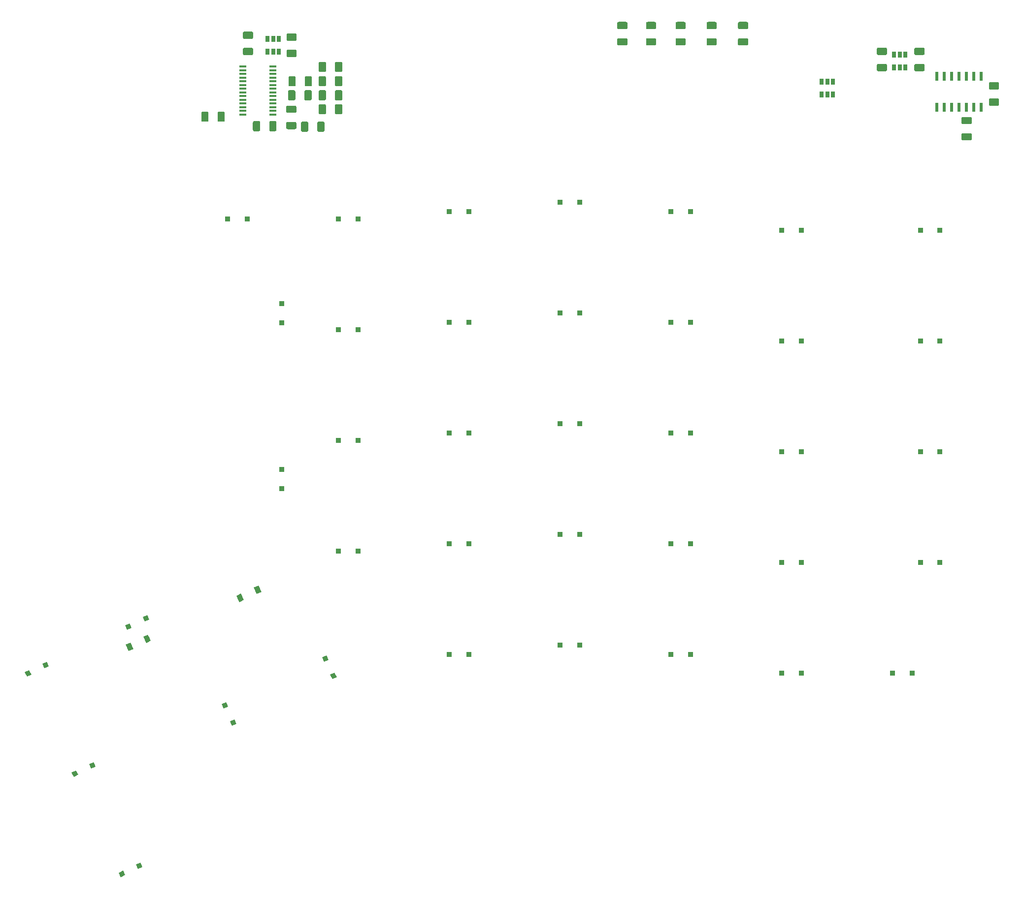
<source format=gtp>
G04 #@! TF.GenerationSoftware,KiCad,Pcbnew,5.0.2+dfsg1-1*
G04 #@! TF.CreationDate,2021-01-12T18:46:28+01:00*
G04 #@! TF.ProjectId,ErgoDOX,4572676f-444f-4582-9e6b-696361645f70,rev?*
G04 #@! TF.SameCoordinates,Original*
G04 #@! TF.FileFunction,Paste,Top*
G04 #@! TF.FilePolarity,Positive*
%FSLAX46Y46*%
G04 Gerber Fmt 4.6, Leading zero omitted, Abs format (unit mm)*
G04 Created by KiCad (PCBNEW 5.0.2+dfsg1-1) date Tue 12 Jan 2021 06:46:28 PM CET*
%MOMM*%
%LPD*%
G01*
G04 APERTURE LIST*
%ADD10C,0.900000*%
%ADD11C,0.150000*%
%ADD12R,0.838200X0.838200*%
%ADD13C,0.838200*%
%ADD14C,1.250000*%
%ADD15R,0.600000X1.500000*%
%ADD16R,1.200000X0.400000*%
%ADD17R,0.650000X1.060000*%
G04 APERTURE END LIST*
D10*
G04 #@! TO.C,D1:7*
X56866239Y-144951514D03*
D11*
G36*
X56711971Y-145685477D02*
X56204830Y-144597908D01*
X57020507Y-144217551D01*
X57527648Y-145305120D01*
X56711971Y-145685477D01*
X56711971Y-145685477D01*
G37*
D10*
X53875423Y-146346154D03*
D11*
G36*
X53721155Y-147080117D02*
X53214014Y-145992548D01*
X54029691Y-145612191D01*
X54536832Y-146699760D01*
X53721155Y-147080117D01*
X53721155Y-147080117D01*
G37*
G04 #@! TD*
D10*
G04 #@! TO.C,D1:8*
X72863092Y-137920820D03*
D11*
G36*
X72708824Y-138654783D02*
X72201683Y-137567214D01*
X73017360Y-137186857D01*
X73524501Y-138274426D01*
X72708824Y-138654783D01*
X72708824Y-138654783D01*
G37*
D10*
X75853908Y-136526180D03*
D11*
G36*
X75699640Y-137260143D02*
X75192499Y-136172574D01*
X76008176Y-135792217D01*
X76515317Y-136879786D01*
X75699640Y-137260143D01*
X75699640Y-137260143D01*
G37*
G04 #@! TD*
D12*
G04 #@! TO.C,SW1:9*
X112153700Y-147647660D03*
X108826300Y-147647660D03*
G04 #@! TD*
D13*
G04 #@! TO.C,SW0:10*
X87505815Y-148337305D03*
D11*
G36*
X88062768Y-148540019D02*
X87303101Y-148894258D01*
X86948862Y-148134591D01*
X87708529Y-147780352D01*
X88062768Y-148540019D01*
X88062768Y-148540019D01*
G37*
D13*
X88912035Y-151352953D03*
D11*
G36*
X89468988Y-151555667D02*
X88709321Y-151909906D01*
X88355082Y-151150239D01*
X89114749Y-150796000D01*
X89468988Y-151555667D01*
X89468988Y-151555667D01*
G37*
G04 #@! TD*
D12*
G04 #@! TO.C,SW1:13*
X185026300Y-150822660D03*
X188353700Y-150822660D03*
G04 #@! TD*
G04 #@! TO.C,SW2:13*
X189788800Y-131772660D03*
X193116200Y-131772660D03*
G04 #@! TD*
G04 #@! TO.C,SW3:13*
X193116200Y-112722660D03*
X189788800Y-112722660D03*
G04 #@! TD*
G04 #@! TO.C,SW4:13*
X193116200Y-93672660D03*
X189788800Y-93672660D03*
G04 #@! TD*
G04 #@! TO.C,SW5:13*
X189788800Y-74625200D03*
X193116200Y-74625200D03*
G04 #@! TD*
D11*
G04 #@! TO.C,C1*
G36*
X76085504Y-55869804D02*
X76109773Y-55873404D01*
X76133571Y-55879365D01*
X76156671Y-55887630D01*
X76178849Y-55898120D01*
X76199893Y-55910733D01*
X76219598Y-55925347D01*
X76237777Y-55941823D01*
X76254253Y-55960002D01*
X76268867Y-55979707D01*
X76281480Y-56000751D01*
X76291970Y-56022929D01*
X76300235Y-56046029D01*
X76306196Y-56069827D01*
X76309796Y-56094096D01*
X76311000Y-56118600D01*
X76311000Y-57368600D01*
X76309796Y-57393104D01*
X76306196Y-57417373D01*
X76300235Y-57441171D01*
X76291970Y-57464271D01*
X76281480Y-57486449D01*
X76268867Y-57507493D01*
X76254253Y-57527198D01*
X76237777Y-57545377D01*
X76219598Y-57561853D01*
X76199893Y-57576467D01*
X76178849Y-57589080D01*
X76156671Y-57599570D01*
X76133571Y-57607835D01*
X76109773Y-57613796D01*
X76085504Y-57617396D01*
X76061000Y-57618600D01*
X75311000Y-57618600D01*
X75286496Y-57617396D01*
X75262227Y-57613796D01*
X75238429Y-57607835D01*
X75215329Y-57599570D01*
X75193151Y-57589080D01*
X75172107Y-57576467D01*
X75152402Y-57561853D01*
X75134223Y-57545377D01*
X75117747Y-57527198D01*
X75103133Y-57507493D01*
X75090520Y-57486449D01*
X75080030Y-57464271D01*
X75071765Y-57441171D01*
X75065804Y-57417373D01*
X75062204Y-57393104D01*
X75061000Y-57368600D01*
X75061000Y-56118600D01*
X75062204Y-56094096D01*
X75065804Y-56069827D01*
X75071765Y-56046029D01*
X75080030Y-56022929D01*
X75090520Y-56000751D01*
X75103133Y-55979707D01*
X75117747Y-55960002D01*
X75134223Y-55941823D01*
X75152402Y-55925347D01*
X75172107Y-55910733D01*
X75193151Y-55898120D01*
X75215329Y-55887630D01*
X75238429Y-55879365D01*
X75262227Y-55873404D01*
X75286496Y-55869804D01*
X75311000Y-55868600D01*
X76061000Y-55868600D01*
X76085504Y-55869804D01*
X76085504Y-55869804D01*
G37*
D14*
X75686000Y-56743600D03*
D11*
G36*
X78885504Y-55869804D02*
X78909773Y-55873404D01*
X78933571Y-55879365D01*
X78956671Y-55887630D01*
X78978849Y-55898120D01*
X78999893Y-55910733D01*
X79019598Y-55925347D01*
X79037777Y-55941823D01*
X79054253Y-55960002D01*
X79068867Y-55979707D01*
X79081480Y-56000751D01*
X79091970Y-56022929D01*
X79100235Y-56046029D01*
X79106196Y-56069827D01*
X79109796Y-56094096D01*
X79111000Y-56118600D01*
X79111000Y-57368600D01*
X79109796Y-57393104D01*
X79106196Y-57417373D01*
X79100235Y-57441171D01*
X79091970Y-57464271D01*
X79081480Y-57486449D01*
X79068867Y-57507493D01*
X79054253Y-57527198D01*
X79037777Y-57545377D01*
X79019598Y-57561853D01*
X78999893Y-57576467D01*
X78978849Y-57589080D01*
X78956671Y-57599570D01*
X78933571Y-57607835D01*
X78909773Y-57613796D01*
X78885504Y-57617396D01*
X78861000Y-57618600D01*
X78111000Y-57618600D01*
X78086496Y-57617396D01*
X78062227Y-57613796D01*
X78038429Y-57607835D01*
X78015329Y-57599570D01*
X77993151Y-57589080D01*
X77972107Y-57576467D01*
X77952402Y-57561853D01*
X77934223Y-57545377D01*
X77917747Y-57527198D01*
X77903133Y-57507493D01*
X77890520Y-57486449D01*
X77880030Y-57464271D01*
X77871765Y-57441171D01*
X77865804Y-57417373D01*
X77862204Y-57393104D01*
X77861000Y-57368600D01*
X77861000Y-56118600D01*
X77862204Y-56094096D01*
X77865804Y-56069827D01*
X77871765Y-56046029D01*
X77880030Y-56022929D01*
X77890520Y-56000751D01*
X77903133Y-55979707D01*
X77917747Y-55960002D01*
X77934223Y-55941823D01*
X77952402Y-55925347D01*
X77972107Y-55910733D01*
X77993151Y-55898120D01*
X78015329Y-55887630D01*
X78038429Y-55879365D01*
X78062227Y-55873404D01*
X78086496Y-55869804D01*
X78111000Y-55868600D01*
X78861000Y-55868600D01*
X78885504Y-55869804D01*
X78885504Y-55869804D01*
G37*
D14*
X78486000Y-56743600D03*
G04 #@! TD*
D11*
G04 #@! TO.C,C2*
G36*
X203094618Y-51986159D02*
X203118887Y-51989759D01*
X203142685Y-51995720D01*
X203165785Y-52003985D01*
X203187963Y-52014475D01*
X203209007Y-52027088D01*
X203228712Y-52041702D01*
X203246891Y-52058178D01*
X203263367Y-52076357D01*
X203277981Y-52096062D01*
X203290594Y-52117106D01*
X203301084Y-52139284D01*
X203309349Y-52162384D01*
X203315310Y-52186182D01*
X203318910Y-52210451D01*
X203320114Y-52234955D01*
X203320114Y-52984955D01*
X203318910Y-53009459D01*
X203315310Y-53033728D01*
X203309349Y-53057526D01*
X203301084Y-53080626D01*
X203290594Y-53102804D01*
X203277981Y-53123848D01*
X203263367Y-53143553D01*
X203246891Y-53161732D01*
X203228712Y-53178208D01*
X203209007Y-53192822D01*
X203187963Y-53205435D01*
X203165785Y-53215925D01*
X203142685Y-53224190D01*
X203118887Y-53230151D01*
X203094618Y-53233751D01*
X203070114Y-53234955D01*
X201820114Y-53234955D01*
X201795610Y-53233751D01*
X201771341Y-53230151D01*
X201747543Y-53224190D01*
X201724443Y-53215925D01*
X201702265Y-53205435D01*
X201681221Y-53192822D01*
X201661516Y-53178208D01*
X201643337Y-53161732D01*
X201626861Y-53143553D01*
X201612247Y-53123848D01*
X201599634Y-53102804D01*
X201589144Y-53080626D01*
X201580879Y-53057526D01*
X201574918Y-53033728D01*
X201571318Y-53009459D01*
X201570114Y-52984955D01*
X201570114Y-52234955D01*
X201571318Y-52210451D01*
X201574918Y-52186182D01*
X201580879Y-52162384D01*
X201589144Y-52139284D01*
X201599634Y-52117106D01*
X201612247Y-52096062D01*
X201626861Y-52076357D01*
X201643337Y-52058178D01*
X201661516Y-52041702D01*
X201681221Y-52027088D01*
X201702265Y-52014475D01*
X201724443Y-52003985D01*
X201747543Y-51995720D01*
X201771341Y-51989759D01*
X201795610Y-51986159D01*
X201820114Y-51984955D01*
X203070114Y-51984955D01*
X203094618Y-51986159D01*
X203094618Y-51986159D01*
G37*
D14*
X202445114Y-52609955D03*
D11*
G36*
X203094618Y-49186159D02*
X203118887Y-49189759D01*
X203142685Y-49195720D01*
X203165785Y-49203985D01*
X203187963Y-49214475D01*
X203209007Y-49227088D01*
X203228712Y-49241702D01*
X203246891Y-49258178D01*
X203263367Y-49276357D01*
X203277981Y-49296062D01*
X203290594Y-49317106D01*
X203301084Y-49339284D01*
X203309349Y-49362384D01*
X203315310Y-49386182D01*
X203318910Y-49410451D01*
X203320114Y-49434955D01*
X203320114Y-50184955D01*
X203318910Y-50209459D01*
X203315310Y-50233728D01*
X203309349Y-50257526D01*
X203301084Y-50280626D01*
X203290594Y-50302804D01*
X203277981Y-50323848D01*
X203263367Y-50343553D01*
X203246891Y-50361732D01*
X203228712Y-50378208D01*
X203209007Y-50392822D01*
X203187963Y-50405435D01*
X203165785Y-50415925D01*
X203142685Y-50424190D01*
X203118887Y-50430151D01*
X203094618Y-50433751D01*
X203070114Y-50434955D01*
X201820114Y-50434955D01*
X201795610Y-50433751D01*
X201771341Y-50430151D01*
X201747543Y-50424190D01*
X201724443Y-50415925D01*
X201702265Y-50405435D01*
X201681221Y-50392822D01*
X201661516Y-50378208D01*
X201643337Y-50361732D01*
X201626861Y-50343553D01*
X201612247Y-50323848D01*
X201599634Y-50302804D01*
X201589144Y-50280626D01*
X201580879Y-50257526D01*
X201574918Y-50233728D01*
X201571318Y-50209459D01*
X201570114Y-50184955D01*
X201570114Y-49434955D01*
X201571318Y-49410451D01*
X201574918Y-49386182D01*
X201580879Y-49362384D01*
X201589144Y-49339284D01*
X201599634Y-49317106D01*
X201612247Y-49296062D01*
X201626861Y-49276357D01*
X201643337Y-49258178D01*
X201661516Y-49241702D01*
X201681221Y-49227088D01*
X201702265Y-49214475D01*
X201724443Y-49203985D01*
X201747543Y-49195720D01*
X201771341Y-49189759D01*
X201795610Y-49186159D01*
X201820114Y-49184955D01*
X203070114Y-49184955D01*
X203094618Y-49186159D01*
X203094618Y-49186159D01*
G37*
D14*
X202445114Y-49809955D03*
G04 #@! TD*
D11*
G04 #@! TO.C,D1*
G36*
X90195932Y-52972242D02*
X90220201Y-52975842D01*
X90243999Y-52981803D01*
X90267099Y-52990068D01*
X90289277Y-53000558D01*
X90310321Y-53013171D01*
X90330026Y-53027785D01*
X90348205Y-53044261D01*
X90364681Y-53062440D01*
X90379295Y-53082145D01*
X90391908Y-53103189D01*
X90402398Y-53125367D01*
X90410663Y-53148467D01*
X90416624Y-53172265D01*
X90420224Y-53196534D01*
X90421428Y-53221038D01*
X90421428Y-54471038D01*
X90420224Y-54495542D01*
X90416624Y-54519811D01*
X90410663Y-54543609D01*
X90402398Y-54566709D01*
X90391908Y-54588887D01*
X90379295Y-54609931D01*
X90364681Y-54629636D01*
X90348205Y-54647815D01*
X90330026Y-54664291D01*
X90310321Y-54678905D01*
X90289277Y-54691518D01*
X90267099Y-54702008D01*
X90243999Y-54710273D01*
X90220201Y-54716234D01*
X90195932Y-54719834D01*
X90171428Y-54721038D01*
X89421428Y-54721038D01*
X89396924Y-54719834D01*
X89372655Y-54716234D01*
X89348857Y-54710273D01*
X89325757Y-54702008D01*
X89303579Y-54691518D01*
X89282535Y-54678905D01*
X89262830Y-54664291D01*
X89244651Y-54647815D01*
X89228175Y-54629636D01*
X89213561Y-54609931D01*
X89200948Y-54588887D01*
X89190458Y-54566709D01*
X89182193Y-54543609D01*
X89176232Y-54519811D01*
X89172632Y-54495542D01*
X89171428Y-54471038D01*
X89171428Y-53221038D01*
X89172632Y-53196534D01*
X89176232Y-53172265D01*
X89182193Y-53148467D01*
X89190458Y-53125367D01*
X89200948Y-53103189D01*
X89213561Y-53082145D01*
X89228175Y-53062440D01*
X89244651Y-53044261D01*
X89262830Y-53027785D01*
X89282535Y-53013171D01*
X89303579Y-53000558D01*
X89325757Y-52990068D01*
X89348857Y-52981803D01*
X89372655Y-52975842D01*
X89396924Y-52972242D01*
X89421428Y-52971038D01*
X90171428Y-52971038D01*
X90195932Y-52972242D01*
X90195932Y-52972242D01*
G37*
D14*
X89796428Y-53846038D03*
D11*
G36*
X87395932Y-52972242D02*
X87420201Y-52975842D01*
X87443999Y-52981803D01*
X87467099Y-52990068D01*
X87489277Y-53000558D01*
X87510321Y-53013171D01*
X87530026Y-53027785D01*
X87548205Y-53044261D01*
X87564681Y-53062440D01*
X87579295Y-53082145D01*
X87591908Y-53103189D01*
X87602398Y-53125367D01*
X87610663Y-53148467D01*
X87616624Y-53172265D01*
X87620224Y-53196534D01*
X87621428Y-53221038D01*
X87621428Y-54471038D01*
X87620224Y-54495542D01*
X87616624Y-54519811D01*
X87610663Y-54543609D01*
X87602398Y-54566709D01*
X87591908Y-54588887D01*
X87579295Y-54609931D01*
X87564681Y-54629636D01*
X87548205Y-54647815D01*
X87530026Y-54664291D01*
X87510321Y-54678905D01*
X87489277Y-54691518D01*
X87467099Y-54702008D01*
X87443999Y-54710273D01*
X87420201Y-54716234D01*
X87395932Y-54719834D01*
X87371428Y-54721038D01*
X86621428Y-54721038D01*
X86596924Y-54719834D01*
X86572655Y-54716234D01*
X86548857Y-54710273D01*
X86525757Y-54702008D01*
X86503579Y-54691518D01*
X86482535Y-54678905D01*
X86462830Y-54664291D01*
X86444651Y-54647815D01*
X86428175Y-54629636D01*
X86413561Y-54609931D01*
X86400948Y-54588887D01*
X86390458Y-54566709D01*
X86382193Y-54543609D01*
X86376232Y-54519811D01*
X86372632Y-54495542D01*
X86371428Y-54471038D01*
X86371428Y-53221038D01*
X86372632Y-53196534D01*
X86376232Y-53172265D01*
X86382193Y-53148467D01*
X86390458Y-53125367D01*
X86400948Y-53103189D01*
X86413561Y-53082145D01*
X86428175Y-53062440D01*
X86444651Y-53044261D01*
X86462830Y-53027785D01*
X86482535Y-53013171D01*
X86503579Y-53000558D01*
X86525757Y-52990068D01*
X86548857Y-52981803D01*
X86572655Y-52975842D01*
X86596924Y-52972242D01*
X86621428Y-52971038D01*
X87371428Y-52971038D01*
X87395932Y-52972242D01*
X87395932Y-52972242D01*
G37*
D14*
X86996428Y-53846038D03*
G04 #@! TD*
D11*
G04 #@! TO.C,D2*
G36*
X90195932Y-50559242D02*
X90220201Y-50562842D01*
X90243999Y-50568803D01*
X90267099Y-50577068D01*
X90289277Y-50587558D01*
X90310321Y-50600171D01*
X90330026Y-50614785D01*
X90348205Y-50631261D01*
X90364681Y-50649440D01*
X90379295Y-50669145D01*
X90391908Y-50690189D01*
X90402398Y-50712367D01*
X90410663Y-50735467D01*
X90416624Y-50759265D01*
X90420224Y-50783534D01*
X90421428Y-50808038D01*
X90421428Y-52058038D01*
X90420224Y-52082542D01*
X90416624Y-52106811D01*
X90410663Y-52130609D01*
X90402398Y-52153709D01*
X90391908Y-52175887D01*
X90379295Y-52196931D01*
X90364681Y-52216636D01*
X90348205Y-52234815D01*
X90330026Y-52251291D01*
X90310321Y-52265905D01*
X90289277Y-52278518D01*
X90267099Y-52289008D01*
X90243999Y-52297273D01*
X90220201Y-52303234D01*
X90195932Y-52306834D01*
X90171428Y-52308038D01*
X89421428Y-52308038D01*
X89396924Y-52306834D01*
X89372655Y-52303234D01*
X89348857Y-52297273D01*
X89325757Y-52289008D01*
X89303579Y-52278518D01*
X89282535Y-52265905D01*
X89262830Y-52251291D01*
X89244651Y-52234815D01*
X89228175Y-52216636D01*
X89213561Y-52196931D01*
X89200948Y-52175887D01*
X89190458Y-52153709D01*
X89182193Y-52130609D01*
X89176232Y-52106811D01*
X89172632Y-52082542D01*
X89171428Y-52058038D01*
X89171428Y-50808038D01*
X89172632Y-50783534D01*
X89176232Y-50759265D01*
X89182193Y-50735467D01*
X89190458Y-50712367D01*
X89200948Y-50690189D01*
X89213561Y-50669145D01*
X89228175Y-50649440D01*
X89244651Y-50631261D01*
X89262830Y-50614785D01*
X89282535Y-50600171D01*
X89303579Y-50587558D01*
X89325757Y-50577068D01*
X89348857Y-50568803D01*
X89372655Y-50562842D01*
X89396924Y-50559242D01*
X89421428Y-50558038D01*
X90171428Y-50558038D01*
X90195932Y-50559242D01*
X90195932Y-50559242D01*
G37*
D14*
X89796428Y-51433038D03*
D11*
G36*
X87395932Y-50559242D02*
X87420201Y-50562842D01*
X87443999Y-50568803D01*
X87467099Y-50577068D01*
X87489277Y-50587558D01*
X87510321Y-50600171D01*
X87530026Y-50614785D01*
X87548205Y-50631261D01*
X87564681Y-50649440D01*
X87579295Y-50669145D01*
X87591908Y-50690189D01*
X87602398Y-50712367D01*
X87610663Y-50735467D01*
X87616624Y-50759265D01*
X87620224Y-50783534D01*
X87621428Y-50808038D01*
X87621428Y-52058038D01*
X87620224Y-52082542D01*
X87616624Y-52106811D01*
X87610663Y-52130609D01*
X87602398Y-52153709D01*
X87591908Y-52175887D01*
X87579295Y-52196931D01*
X87564681Y-52216636D01*
X87548205Y-52234815D01*
X87530026Y-52251291D01*
X87510321Y-52265905D01*
X87489277Y-52278518D01*
X87467099Y-52289008D01*
X87443999Y-52297273D01*
X87420201Y-52303234D01*
X87395932Y-52306834D01*
X87371428Y-52308038D01*
X86621428Y-52308038D01*
X86596924Y-52306834D01*
X86572655Y-52303234D01*
X86548857Y-52297273D01*
X86525757Y-52289008D01*
X86503579Y-52278518D01*
X86482535Y-52265905D01*
X86462830Y-52251291D01*
X86444651Y-52234815D01*
X86428175Y-52216636D01*
X86413561Y-52196931D01*
X86400948Y-52175887D01*
X86390458Y-52153709D01*
X86382193Y-52130609D01*
X86376232Y-52106811D01*
X86372632Y-52082542D01*
X86371428Y-52058038D01*
X86371428Y-50808038D01*
X86372632Y-50783534D01*
X86376232Y-50759265D01*
X86382193Y-50735467D01*
X86390458Y-50712367D01*
X86400948Y-50690189D01*
X86413561Y-50669145D01*
X86428175Y-50649440D01*
X86444651Y-50631261D01*
X86462830Y-50614785D01*
X86482535Y-50600171D01*
X86503579Y-50587558D01*
X86525757Y-50577068D01*
X86548857Y-50568803D01*
X86572655Y-50562842D01*
X86596924Y-50559242D01*
X86621428Y-50558038D01*
X87371428Y-50558038D01*
X87395932Y-50559242D01*
X87395932Y-50559242D01*
G37*
D14*
X86996428Y-51433038D03*
G04 #@! TD*
D11*
G04 #@! TO.C,D3*
G36*
X90195932Y-48146242D02*
X90220201Y-48149842D01*
X90243999Y-48155803D01*
X90267099Y-48164068D01*
X90289277Y-48174558D01*
X90310321Y-48187171D01*
X90330026Y-48201785D01*
X90348205Y-48218261D01*
X90364681Y-48236440D01*
X90379295Y-48256145D01*
X90391908Y-48277189D01*
X90402398Y-48299367D01*
X90410663Y-48322467D01*
X90416624Y-48346265D01*
X90420224Y-48370534D01*
X90421428Y-48395038D01*
X90421428Y-49645038D01*
X90420224Y-49669542D01*
X90416624Y-49693811D01*
X90410663Y-49717609D01*
X90402398Y-49740709D01*
X90391908Y-49762887D01*
X90379295Y-49783931D01*
X90364681Y-49803636D01*
X90348205Y-49821815D01*
X90330026Y-49838291D01*
X90310321Y-49852905D01*
X90289277Y-49865518D01*
X90267099Y-49876008D01*
X90243999Y-49884273D01*
X90220201Y-49890234D01*
X90195932Y-49893834D01*
X90171428Y-49895038D01*
X89421428Y-49895038D01*
X89396924Y-49893834D01*
X89372655Y-49890234D01*
X89348857Y-49884273D01*
X89325757Y-49876008D01*
X89303579Y-49865518D01*
X89282535Y-49852905D01*
X89262830Y-49838291D01*
X89244651Y-49821815D01*
X89228175Y-49803636D01*
X89213561Y-49783931D01*
X89200948Y-49762887D01*
X89190458Y-49740709D01*
X89182193Y-49717609D01*
X89176232Y-49693811D01*
X89172632Y-49669542D01*
X89171428Y-49645038D01*
X89171428Y-48395038D01*
X89172632Y-48370534D01*
X89176232Y-48346265D01*
X89182193Y-48322467D01*
X89190458Y-48299367D01*
X89200948Y-48277189D01*
X89213561Y-48256145D01*
X89228175Y-48236440D01*
X89244651Y-48218261D01*
X89262830Y-48201785D01*
X89282535Y-48187171D01*
X89303579Y-48174558D01*
X89325757Y-48164068D01*
X89348857Y-48155803D01*
X89372655Y-48149842D01*
X89396924Y-48146242D01*
X89421428Y-48145038D01*
X90171428Y-48145038D01*
X90195932Y-48146242D01*
X90195932Y-48146242D01*
G37*
D14*
X89796428Y-49020038D03*
D11*
G36*
X87395932Y-48146242D02*
X87420201Y-48149842D01*
X87443999Y-48155803D01*
X87467099Y-48164068D01*
X87489277Y-48174558D01*
X87510321Y-48187171D01*
X87530026Y-48201785D01*
X87548205Y-48218261D01*
X87564681Y-48236440D01*
X87579295Y-48256145D01*
X87591908Y-48277189D01*
X87602398Y-48299367D01*
X87610663Y-48322467D01*
X87616624Y-48346265D01*
X87620224Y-48370534D01*
X87621428Y-48395038D01*
X87621428Y-49645038D01*
X87620224Y-49669542D01*
X87616624Y-49693811D01*
X87610663Y-49717609D01*
X87602398Y-49740709D01*
X87591908Y-49762887D01*
X87579295Y-49783931D01*
X87564681Y-49803636D01*
X87548205Y-49821815D01*
X87530026Y-49838291D01*
X87510321Y-49852905D01*
X87489277Y-49865518D01*
X87467099Y-49876008D01*
X87443999Y-49884273D01*
X87420201Y-49890234D01*
X87395932Y-49893834D01*
X87371428Y-49895038D01*
X86621428Y-49895038D01*
X86596924Y-49893834D01*
X86572655Y-49890234D01*
X86548857Y-49884273D01*
X86525757Y-49876008D01*
X86503579Y-49865518D01*
X86482535Y-49852905D01*
X86462830Y-49838291D01*
X86444651Y-49821815D01*
X86428175Y-49803636D01*
X86413561Y-49783931D01*
X86400948Y-49762887D01*
X86390458Y-49740709D01*
X86382193Y-49717609D01*
X86376232Y-49693811D01*
X86372632Y-49669542D01*
X86371428Y-49645038D01*
X86371428Y-48395038D01*
X86372632Y-48370534D01*
X86376232Y-48346265D01*
X86382193Y-48322467D01*
X86390458Y-48299367D01*
X86400948Y-48277189D01*
X86413561Y-48256145D01*
X86428175Y-48236440D01*
X86444651Y-48218261D01*
X86462830Y-48201785D01*
X86482535Y-48187171D01*
X86503579Y-48174558D01*
X86525757Y-48164068D01*
X86548857Y-48155803D01*
X86572655Y-48149842D01*
X86596924Y-48146242D01*
X86621428Y-48145038D01*
X87371428Y-48145038D01*
X87395932Y-48146242D01*
X87395932Y-48146242D01*
G37*
D14*
X86996428Y-49020038D03*
G04 #@! TD*
D11*
G04 #@! TO.C,D4*
G36*
X90195932Y-45669742D02*
X90220201Y-45673342D01*
X90243999Y-45679303D01*
X90267099Y-45687568D01*
X90289277Y-45698058D01*
X90310321Y-45710671D01*
X90330026Y-45725285D01*
X90348205Y-45741761D01*
X90364681Y-45759940D01*
X90379295Y-45779645D01*
X90391908Y-45800689D01*
X90402398Y-45822867D01*
X90410663Y-45845967D01*
X90416624Y-45869765D01*
X90420224Y-45894034D01*
X90421428Y-45918538D01*
X90421428Y-47168538D01*
X90420224Y-47193042D01*
X90416624Y-47217311D01*
X90410663Y-47241109D01*
X90402398Y-47264209D01*
X90391908Y-47286387D01*
X90379295Y-47307431D01*
X90364681Y-47327136D01*
X90348205Y-47345315D01*
X90330026Y-47361791D01*
X90310321Y-47376405D01*
X90289277Y-47389018D01*
X90267099Y-47399508D01*
X90243999Y-47407773D01*
X90220201Y-47413734D01*
X90195932Y-47417334D01*
X90171428Y-47418538D01*
X89421428Y-47418538D01*
X89396924Y-47417334D01*
X89372655Y-47413734D01*
X89348857Y-47407773D01*
X89325757Y-47399508D01*
X89303579Y-47389018D01*
X89282535Y-47376405D01*
X89262830Y-47361791D01*
X89244651Y-47345315D01*
X89228175Y-47327136D01*
X89213561Y-47307431D01*
X89200948Y-47286387D01*
X89190458Y-47264209D01*
X89182193Y-47241109D01*
X89176232Y-47217311D01*
X89172632Y-47193042D01*
X89171428Y-47168538D01*
X89171428Y-45918538D01*
X89172632Y-45894034D01*
X89176232Y-45869765D01*
X89182193Y-45845967D01*
X89190458Y-45822867D01*
X89200948Y-45800689D01*
X89213561Y-45779645D01*
X89228175Y-45759940D01*
X89244651Y-45741761D01*
X89262830Y-45725285D01*
X89282535Y-45710671D01*
X89303579Y-45698058D01*
X89325757Y-45687568D01*
X89348857Y-45679303D01*
X89372655Y-45673342D01*
X89396924Y-45669742D01*
X89421428Y-45668538D01*
X90171428Y-45668538D01*
X90195932Y-45669742D01*
X90195932Y-45669742D01*
G37*
D14*
X89796428Y-46543538D03*
D11*
G36*
X87395932Y-45669742D02*
X87420201Y-45673342D01*
X87443999Y-45679303D01*
X87467099Y-45687568D01*
X87489277Y-45698058D01*
X87510321Y-45710671D01*
X87530026Y-45725285D01*
X87548205Y-45741761D01*
X87564681Y-45759940D01*
X87579295Y-45779645D01*
X87591908Y-45800689D01*
X87602398Y-45822867D01*
X87610663Y-45845967D01*
X87616624Y-45869765D01*
X87620224Y-45894034D01*
X87621428Y-45918538D01*
X87621428Y-47168538D01*
X87620224Y-47193042D01*
X87616624Y-47217311D01*
X87610663Y-47241109D01*
X87602398Y-47264209D01*
X87591908Y-47286387D01*
X87579295Y-47307431D01*
X87564681Y-47327136D01*
X87548205Y-47345315D01*
X87530026Y-47361791D01*
X87510321Y-47376405D01*
X87489277Y-47389018D01*
X87467099Y-47399508D01*
X87443999Y-47407773D01*
X87420201Y-47413734D01*
X87395932Y-47417334D01*
X87371428Y-47418538D01*
X86621428Y-47418538D01*
X86596924Y-47417334D01*
X86572655Y-47413734D01*
X86548857Y-47407773D01*
X86525757Y-47399508D01*
X86503579Y-47389018D01*
X86482535Y-47376405D01*
X86462830Y-47361791D01*
X86444651Y-47345315D01*
X86428175Y-47327136D01*
X86413561Y-47307431D01*
X86400948Y-47286387D01*
X86390458Y-47264209D01*
X86382193Y-47241109D01*
X86376232Y-47217311D01*
X86372632Y-47193042D01*
X86371428Y-47168538D01*
X86371428Y-45918538D01*
X86372632Y-45894034D01*
X86376232Y-45869765D01*
X86382193Y-45845967D01*
X86390458Y-45822867D01*
X86400948Y-45800689D01*
X86413561Y-45779645D01*
X86428175Y-45759940D01*
X86444651Y-45741761D01*
X86462830Y-45725285D01*
X86482535Y-45710671D01*
X86503579Y-45698058D01*
X86525757Y-45687568D01*
X86548857Y-45679303D01*
X86572655Y-45673342D01*
X86596924Y-45669742D01*
X86621428Y-45668538D01*
X87371428Y-45668538D01*
X87395932Y-45669742D01*
X87395932Y-45669742D01*
G37*
D14*
X86996428Y-46543538D03*
G04 #@! TD*
D11*
G04 #@! TO.C,D5*
G36*
X87147932Y-55956742D02*
X87172201Y-55960342D01*
X87195999Y-55966303D01*
X87219099Y-55974568D01*
X87241277Y-55985058D01*
X87262321Y-55997671D01*
X87282026Y-56012285D01*
X87300205Y-56028761D01*
X87316681Y-56046940D01*
X87331295Y-56066645D01*
X87343908Y-56087689D01*
X87354398Y-56109867D01*
X87362663Y-56132967D01*
X87368624Y-56156765D01*
X87372224Y-56181034D01*
X87373428Y-56205538D01*
X87373428Y-57455538D01*
X87372224Y-57480042D01*
X87368624Y-57504311D01*
X87362663Y-57528109D01*
X87354398Y-57551209D01*
X87343908Y-57573387D01*
X87331295Y-57594431D01*
X87316681Y-57614136D01*
X87300205Y-57632315D01*
X87282026Y-57648791D01*
X87262321Y-57663405D01*
X87241277Y-57676018D01*
X87219099Y-57686508D01*
X87195999Y-57694773D01*
X87172201Y-57700734D01*
X87147932Y-57704334D01*
X87123428Y-57705538D01*
X86373428Y-57705538D01*
X86348924Y-57704334D01*
X86324655Y-57700734D01*
X86300857Y-57694773D01*
X86277757Y-57686508D01*
X86255579Y-57676018D01*
X86234535Y-57663405D01*
X86214830Y-57648791D01*
X86196651Y-57632315D01*
X86180175Y-57614136D01*
X86165561Y-57594431D01*
X86152948Y-57573387D01*
X86142458Y-57551209D01*
X86134193Y-57528109D01*
X86128232Y-57504311D01*
X86124632Y-57480042D01*
X86123428Y-57455538D01*
X86123428Y-56205538D01*
X86124632Y-56181034D01*
X86128232Y-56156765D01*
X86134193Y-56132967D01*
X86142458Y-56109867D01*
X86152948Y-56087689D01*
X86165561Y-56066645D01*
X86180175Y-56046940D01*
X86196651Y-56028761D01*
X86214830Y-56012285D01*
X86234535Y-55997671D01*
X86255579Y-55985058D01*
X86277757Y-55974568D01*
X86300857Y-55966303D01*
X86324655Y-55960342D01*
X86348924Y-55956742D01*
X86373428Y-55955538D01*
X87123428Y-55955538D01*
X87147932Y-55956742D01*
X87147932Y-55956742D01*
G37*
D14*
X86748428Y-56830538D03*
D11*
G36*
X84347932Y-55956742D02*
X84372201Y-55960342D01*
X84395999Y-55966303D01*
X84419099Y-55974568D01*
X84441277Y-55985058D01*
X84462321Y-55997671D01*
X84482026Y-56012285D01*
X84500205Y-56028761D01*
X84516681Y-56046940D01*
X84531295Y-56066645D01*
X84543908Y-56087689D01*
X84554398Y-56109867D01*
X84562663Y-56132967D01*
X84568624Y-56156765D01*
X84572224Y-56181034D01*
X84573428Y-56205538D01*
X84573428Y-57455538D01*
X84572224Y-57480042D01*
X84568624Y-57504311D01*
X84562663Y-57528109D01*
X84554398Y-57551209D01*
X84543908Y-57573387D01*
X84531295Y-57594431D01*
X84516681Y-57614136D01*
X84500205Y-57632315D01*
X84482026Y-57648791D01*
X84462321Y-57663405D01*
X84441277Y-57676018D01*
X84419099Y-57686508D01*
X84395999Y-57694773D01*
X84372201Y-57700734D01*
X84347932Y-57704334D01*
X84323428Y-57705538D01*
X83573428Y-57705538D01*
X83548924Y-57704334D01*
X83524655Y-57700734D01*
X83500857Y-57694773D01*
X83477757Y-57686508D01*
X83455579Y-57676018D01*
X83434535Y-57663405D01*
X83414830Y-57648791D01*
X83396651Y-57632315D01*
X83380175Y-57614136D01*
X83365561Y-57594431D01*
X83352948Y-57573387D01*
X83342458Y-57551209D01*
X83334193Y-57528109D01*
X83328232Y-57504311D01*
X83324632Y-57480042D01*
X83323428Y-57455538D01*
X83323428Y-56205538D01*
X83324632Y-56181034D01*
X83328232Y-56156765D01*
X83334193Y-56132967D01*
X83342458Y-56109867D01*
X83352948Y-56087689D01*
X83365561Y-56066645D01*
X83380175Y-56046940D01*
X83396651Y-56028761D01*
X83414830Y-56012285D01*
X83434535Y-55997671D01*
X83455579Y-55985058D01*
X83477757Y-55974568D01*
X83500857Y-55966303D01*
X83524655Y-55960342D01*
X83548924Y-55956742D01*
X83573428Y-55955538D01*
X84323428Y-55955538D01*
X84347932Y-55956742D01*
X84347932Y-55956742D01*
G37*
D14*
X83948428Y-56830538D03*
G04 #@! TD*
D15*
G04 #@! TO.C,U6*
X200286114Y-48128955D03*
X199016114Y-48128955D03*
X197746114Y-48128955D03*
X196476114Y-48128955D03*
X195206114Y-48128955D03*
X193936114Y-48128955D03*
X192666114Y-48128955D03*
X192666114Y-53528955D03*
X193936114Y-53528955D03*
X195206114Y-53528955D03*
X196476114Y-53528955D03*
X197746114Y-53528955D03*
X199016114Y-53528955D03*
X200286114Y-53528955D03*
G04 #@! TD*
D16*
G04 #@! TO.C,U4*
X73286928Y-46480038D03*
X73286928Y-47115038D03*
X73286928Y-47750038D03*
X73286928Y-48385038D03*
X73286928Y-49020038D03*
X73286928Y-49655038D03*
X73286928Y-50290038D03*
X73286928Y-50925038D03*
X73286928Y-51560038D03*
X73286928Y-52195038D03*
X73286928Y-52830038D03*
X73286928Y-53465038D03*
X73286928Y-54100038D03*
X73286928Y-54735038D03*
X78486928Y-54735038D03*
X78486928Y-54100038D03*
X78486928Y-53465038D03*
X78486928Y-52830038D03*
X78486928Y-52195038D03*
X78486928Y-51560038D03*
X78486928Y-50925038D03*
X78486928Y-50290038D03*
X78486928Y-49655038D03*
X78486928Y-49020038D03*
X78486928Y-48385038D03*
X78486928Y-47750038D03*
X78486928Y-47115038D03*
X78486928Y-46480038D03*
G04 #@! TD*
D17*
G04 #@! TO.C,U1*
X77586800Y-43911700D03*
X78536800Y-43911700D03*
X79486800Y-43911700D03*
X79486800Y-41711700D03*
X77586800Y-41711700D03*
X78536800Y-41711700D03*
G04 #@! TD*
G04 #@! TO.C,U2*
X186232800Y-44467600D03*
X185282800Y-44467600D03*
X187182800Y-44467600D03*
X187182800Y-46667600D03*
X186232800Y-46667600D03*
X185282800Y-46667600D03*
G04 #@! TD*
G04 #@! TO.C,U3*
X174736800Y-49090400D03*
X173786800Y-49090400D03*
X172836800Y-49090400D03*
X172836800Y-51290400D03*
X174736800Y-51290400D03*
X173786800Y-51290400D03*
G04 #@! TD*
D11*
G04 #@! TO.C,R6*
G36*
X82125432Y-50559242D02*
X82149701Y-50562842D01*
X82173499Y-50568803D01*
X82196599Y-50577068D01*
X82218777Y-50587558D01*
X82239821Y-50600171D01*
X82259526Y-50614785D01*
X82277705Y-50631261D01*
X82294181Y-50649440D01*
X82308795Y-50669145D01*
X82321408Y-50690189D01*
X82331898Y-50712367D01*
X82340163Y-50735467D01*
X82346124Y-50759265D01*
X82349724Y-50783534D01*
X82350928Y-50808038D01*
X82350928Y-52058038D01*
X82349724Y-52082542D01*
X82346124Y-52106811D01*
X82340163Y-52130609D01*
X82331898Y-52153709D01*
X82321408Y-52175887D01*
X82308795Y-52196931D01*
X82294181Y-52216636D01*
X82277705Y-52234815D01*
X82259526Y-52251291D01*
X82239821Y-52265905D01*
X82218777Y-52278518D01*
X82196599Y-52289008D01*
X82173499Y-52297273D01*
X82149701Y-52303234D01*
X82125432Y-52306834D01*
X82100928Y-52308038D01*
X81350928Y-52308038D01*
X81326424Y-52306834D01*
X81302155Y-52303234D01*
X81278357Y-52297273D01*
X81255257Y-52289008D01*
X81233079Y-52278518D01*
X81212035Y-52265905D01*
X81192330Y-52251291D01*
X81174151Y-52234815D01*
X81157675Y-52216636D01*
X81143061Y-52196931D01*
X81130448Y-52175887D01*
X81119958Y-52153709D01*
X81111693Y-52130609D01*
X81105732Y-52106811D01*
X81102132Y-52082542D01*
X81100928Y-52058038D01*
X81100928Y-50808038D01*
X81102132Y-50783534D01*
X81105732Y-50759265D01*
X81111693Y-50735467D01*
X81119958Y-50712367D01*
X81130448Y-50690189D01*
X81143061Y-50669145D01*
X81157675Y-50649440D01*
X81174151Y-50631261D01*
X81192330Y-50614785D01*
X81212035Y-50600171D01*
X81233079Y-50587558D01*
X81255257Y-50577068D01*
X81278357Y-50568803D01*
X81302155Y-50562842D01*
X81326424Y-50559242D01*
X81350928Y-50558038D01*
X82100928Y-50558038D01*
X82125432Y-50559242D01*
X82125432Y-50559242D01*
G37*
D14*
X81725928Y-51433038D03*
D11*
G36*
X84925432Y-50559242D02*
X84949701Y-50562842D01*
X84973499Y-50568803D01*
X84996599Y-50577068D01*
X85018777Y-50587558D01*
X85039821Y-50600171D01*
X85059526Y-50614785D01*
X85077705Y-50631261D01*
X85094181Y-50649440D01*
X85108795Y-50669145D01*
X85121408Y-50690189D01*
X85131898Y-50712367D01*
X85140163Y-50735467D01*
X85146124Y-50759265D01*
X85149724Y-50783534D01*
X85150928Y-50808038D01*
X85150928Y-52058038D01*
X85149724Y-52082542D01*
X85146124Y-52106811D01*
X85140163Y-52130609D01*
X85131898Y-52153709D01*
X85121408Y-52175887D01*
X85108795Y-52196931D01*
X85094181Y-52216636D01*
X85077705Y-52234815D01*
X85059526Y-52251291D01*
X85039821Y-52265905D01*
X85018777Y-52278518D01*
X84996599Y-52289008D01*
X84973499Y-52297273D01*
X84949701Y-52303234D01*
X84925432Y-52306834D01*
X84900928Y-52308038D01*
X84150928Y-52308038D01*
X84126424Y-52306834D01*
X84102155Y-52303234D01*
X84078357Y-52297273D01*
X84055257Y-52289008D01*
X84033079Y-52278518D01*
X84012035Y-52265905D01*
X83992330Y-52251291D01*
X83974151Y-52234815D01*
X83957675Y-52216636D01*
X83943061Y-52196931D01*
X83930448Y-52175887D01*
X83919958Y-52153709D01*
X83911693Y-52130609D01*
X83905732Y-52106811D01*
X83902132Y-52082542D01*
X83900928Y-52058038D01*
X83900928Y-50808038D01*
X83902132Y-50783534D01*
X83905732Y-50759265D01*
X83911693Y-50735467D01*
X83919958Y-50712367D01*
X83930448Y-50690189D01*
X83943061Y-50669145D01*
X83957675Y-50649440D01*
X83974151Y-50631261D01*
X83992330Y-50614785D01*
X84012035Y-50600171D01*
X84033079Y-50587558D01*
X84055257Y-50577068D01*
X84078357Y-50568803D01*
X84102155Y-50562842D01*
X84126424Y-50559242D01*
X84150928Y-50558038D01*
X84900928Y-50558038D01*
X84925432Y-50559242D01*
X84925432Y-50559242D01*
G37*
D14*
X84525928Y-51433038D03*
G04 #@! TD*
D11*
G04 #@! TO.C,R1*
G36*
X82361304Y-40787905D02*
X82385573Y-40791505D01*
X82409371Y-40797466D01*
X82432471Y-40805731D01*
X82454649Y-40816221D01*
X82475693Y-40828834D01*
X82495398Y-40843448D01*
X82513577Y-40859924D01*
X82530053Y-40878103D01*
X82544667Y-40897808D01*
X82557280Y-40918852D01*
X82567770Y-40941030D01*
X82576035Y-40964130D01*
X82581996Y-40987928D01*
X82585596Y-41012197D01*
X82586800Y-41036701D01*
X82586800Y-41786701D01*
X82585596Y-41811205D01*
X82581996Y-41835474D01*
X82576035Y-41859272D01*
X82567770Y-41882372D01*
X82557280Y-41904550D01*
X82544667Y-41925594D01*
X82530053Y-41945299D01*
X82513577Y-41963478D01*
X82495398Y-41979954D01*
X82475693Y-41994568D01*
X82454649Y-42007181D01*
X82432471Y-42017671D01*
X82409371Y-42025936D01*
X82385573Y-42031897D01*
X82361304Y-42035497D01*
X82336800Y-42036701D01*
X81086800Y-42036701D01*
X81062296Y-42035497D01*
X81038027Y-42031897D01*
X81014229Y-42025936D01*
X80991129Y-42017671D01*
X80968951Y-42007181D01*
X80947907Y-41994568D01*
X80928202Y-41979954D01*
X80910023Y-41963478D01*
X80893547Y-41945299D01*
X80878933Y-41925594D01*
X80866320Y-41904550D01*
X80855830Y-41882372D01*
X80847565Y-41859272D01*
X80841604Y-41835474D01*
X80838004Y-41811205D01*
X80836800Y-41786701D01*
X80836800Y-41036701D01*
X80838004Y-41012197D01*
X80841604Y-40987928D01*
X80847565Y-40964130D01*
X80855830Y-40941030D01*
X80866320Y-40918852D01*
X80878933Y-40897808D01*
X80893547Y-40878103D01*
X80910023Y-40859924D01*
X80928202Y-40843448D01*
X80947907Y-40828834D01*
X80968951Y-40816221D01*
X80991129Y-40805731D01*
X81014229Y-40797466D01*
X81038027Y-40791505D01*
X81062296Y-40787905D01*
X81086800Y-40786701D01*
X82336800Y-40786701D01*
X82361304Y-40787905D01*
X82361304Y-40787905D01*
G37*
D14*
X81711800Y-41411701D03*
D11*
G36*
X82361304Y-43587903D02*
X82385573Y-43591503D01*
X82409371Y-43597464D01*
X82432471Y-43605729D01*
X82454649Y-43616219D01*
X82475693Y-43628832D01*
X82495398Y-43643446D01*
X82513577Y-43659922D01*
X82530053Y-43678101D01*
X82544667Y-43697806D01*
X82557280Y-43718850D01*
X82567770Y-43741028D01*
X82576035Y-43764128D01*
X82581996Y-43787926D01*
X82585596Y-43812195D01*
X82586800Y-43836699D01*
X82586800Y-44586699D01*
X82585596Y-44611203D01*
X82581996Y-44635472D01*
X82576035Y-44659270D01*
X82567770Y-44682370D01*
X82557280Y-44704548D01*
X82544667Y-44725592D01*
X82530053Y-44745297D01*
X82513577Y-44763476D01*
X82495398Y-44779952D01*
X82475693Y-44794566D01*
X82454649Y-44807179D01*
X82432471Y-44817669D01*
X82409371Y-44825934D01*
X82385573Y-44831895D01*
X82361304Y-44835495D01*
X82336800Y-44836699D01*
X81086800Y-44836699D01*
X81062296Y-44835495D01*
X81038027Y-44831895D01*
X81014229Y-44825934D01*
X80991129Y-44817669D01*
X80968951Y-44807179D01*
X80947907Y-44794566D01*
X80928202Y-44779952D01*
X80910023Y-44763476D01*
X80893547Y-44745297D01*
X80878933Y-44725592D01*
X80866320Y-44704548D01*
X80855830Y-44682370D01*
X80847565Y-44659270D01*
X80841604Y-44635472D01*
X80838004Y-44611203D01*
X80836800Y-44586699D01*
X80836800Y-43836699D01*
X80838004Y-43812195D01*
X80841604Y-43787926D01*
X80847565Y-43764128D01*
X80855830Y-43741028D01*
X80866320Y-43718850D01*
X80878933Y-43697806D01*
X80893547Y-43678101D01*
X80910023Y-43659922D01*
X80928202Y-43643446D01*
X80947907Y-43628832D01*
X80968951Y-43616219D01*
X80991129Y-43605729D01*
X81014229Y-43597464D01*
X81038027Y-43591503D01*
X81062296Y-43587903D01*
X81086800Y-43586699D01*
X82336800Y-43586699D01*
X82361304Y-43587903D01*
X82361304Y-43587903D01*
G37*
D14*
X81711800Y-44211699D03*
G04 #@! TD*
D11*
G04 #@! TO.C,R8*
G36*
X82314932Y-53219242D02*
X82339201Y-53222842D01*
X82362999Y-53228803D01*
X82386099Y-53237068D01*
X82408277Y-53247558D01*
X82429321Y-53260171D01*
X82449026Y-53274785D01*
X82467205Y-53291261D01*
X82483681Y-53309440D01*
X82498295Y-53329145D01*
X82510908Y-53350189D01*
X82521398Y-53372367D01*
X82529663Y-53395467D01*
X82535624Y-53419265D01*
X82539224Y-53443534D01*
X82540428Y-53468038D01*
X82540428Y-54218038D01*
X82539224Y-54242542D01*
X82535624Y-54266811D01*
X82529663Y-54290609D01*
X82521398Y-54313709D01*
X82510908Y-54335887D01*
X82498295Y-54356931D01*
X82483681Y-54376636D01*
X82467205Y-54394815D01*
X82449026Y-54411291D01*
X82429321Y-54425905D01*
X82408277Y-54438518D01*
X82386099Y-54449008D01*
X82362999Y-54457273D01*
X82339201Y-54463234D01*
X82314932Y-54466834D01*
X82290428Y-54468038D01*
X81040428Y-54468038D01*
X81015924Y-54466834D01*
X80991655Y-54463234D01*
X80967857Y-54457273D01*
X80944757Y-54449008D01*
X80922579Y-54438518D01*
X80901535Y-54425905D01*
X80881830Y-54411291D01*
X80863651Y-54394815D01*
X80847175Y-54376636D01*
X80832561Y-54356931D01*
X80819948Y-54335887D01*
X80809458Y-54313709D01*
X80801193Y-54290609D01*
X80795232Y-54266811D01*
X80791632Y-54242542D01*
X80790428Y-54218038D01*
X80790428Y-53468038D01*
X80791632Y-53443534D01*
X80795232Y-53419265D01*
X80801193Y-53395467D01*
X80809458Y-53372367D01*
X80819948Y-53350189D01*
X80832561Y-53329145D01*
X80847175Y-53309440D01*
X80863651Y-53291261D01*
X80881830Y-53274785D01*
X80901535Y-53260171D01*
X80922579Y-53247558D01*
X80944757Y-53237068D01*
X80967857Y-53228803D01*
X80991655Y-53222842D01*
X81015924Y-53219242D01*
X81040428Y-53218038D01*
X82290428Y-53218038D01*
X82314932Y-53219242D01*
X82314932Y-53219242D01*
G37*
D14*
X81665428Y-53843038D03*
D11*
G36*
X82314932Y-56019242D02*
X82339201Y-56022842D01*
X82362999Y-56028803D01*
X82386099Y-56037068D01*
X82408277Y-56047558D01*
X82429321Y-56060171D01*
X82449026Y-56074785D01*
X82467205Y-56091261D01*
X82483681Y-56109440D01*
X82498295Y-56129145D01*
X82510908Y-56150189D01*
X82521398Y-56172367D01*
X82529663Y-56195467D01*
X82535624Y-56219265D01*
X82539224Y-56243534D01*
X82540428Y-56268038D01*
X82540428Y-57018038D01*
X82539224Y-57042542D01*
X82535624Y-57066811D01*
X82529663Y-57090609D01*
X82521398Y-57113709D01*
X82510908Y-57135887D01*
X82498295Y-57156931D01*
X82483681Y-57176636D01*
X82467205Y-57194815D01*
X82449026Y-57211291D01*
X82429321Y-57225905D01*
X82408277Y-57238518D01*
X82386099Y-57249008D01*
X82362999Y-57257273D01*
X82339201Y-57263234D01*
X82314932Y-57266834D01*
X82290428Y-57268038D01*
X81040428Y-57268038D01*
X81015924Y-57266834D01*
X80991655Y-57263234D01*
X80967857Y-57257273D01*
X80944757Y-57249008D01*
X80922579Y-57238518D01*
X80901535Y-57225905D01*
X80881830Y-57211291D01*
X80863651Y-57194815D01*
X80847175Y-57176636D01*
X80832561Y-57156931D01*
X80819948Y-57135887D01*
X80809458Y-57113709D01*
X80801193Y-57090609D01*
X80795232Y-57066811D01*
X80791632Y-57042542D01*
X80790428Y-57018038D01*
X80790428Y-56268038D01*
X80791632Y-56243534D01*
X80795232Y-56219265D01*
X80801193Y-56195467D01*
X80809458Y-56172367D01*
X80819948Y-56150189D01*
X80832561Y-56129145D01*
X80847175Y-56109440D01*
X80863651Y-56091261D01*
X80881830Y-56074785D01*
X80901535Y-56060171D01*
X80922579Y-56047558D01*
X80944757Y-56037068D01*
X80967857Y-56028803D01*
X80991655Y-56022842D01*
X81015924Y-56019242D01*
X81040428Y-56018038D01*
X82290428Y-56018038D01*
X82314932Y-56019242D01*
X82314932Y-56019242D01*
G37*
D14*
X81665428Y-56643038D03*
G04 #@! TD*
D11*
G04 #@! TO.C,R2*
G36*
X74868304Y-40470405D02*
X74892573Y-40474005D01*
X74916371Y-40479966D01*
X74939471Y-40488231D01*
X74961649Y-40498721D01*
X74982693Y-40511334D01*
X75002398Y-40525948D01*
X75020577Y-40542424D01*
X75037053Y-40560603D01*
X75051667Y-40580308D01*
X75064280Y-40601352D01*
X75074770Y-40623530D01*
X75083035Y-40646630D01*
X75088996Y-40670428D01*
X75092596Y-40694697D01*
X75093800Y-40719201D01*
X75093800Y-41469201D01*
X75092596Y-41493705D01*
X75088996Y-41517974D01*
X75083035Y-41541772D01*
X75074770Y-41564872D01*
X75064280Y-41587050D01*
X75051667Y-41608094D01*
X75037053Y-41627799D01*
X75020577Y-41645978D01*
X75002398Y-41662454D01*
X74982693Y-41677068D01*
X74961649Y-41689681D01*
X74939471Y-41700171D01*
X74916371Y-41708436D01*
X74892573Y-41714397D01*
X74868304Y-41717997D01*
X74843800Y-41719201D01*
X73593800Y-41719201D01*
X73569296Y-41717997D01*
X73545027Y-41714397D01*
X73521229Y-41708436D01*
X73498129Y-41700171D01*
X73475951Y-41689681D01*
X73454907Y-41677068D01*
X73435202Y-41662454D01*
X73417023Y-41645978D01*
X73400547Y-41627799D01*
X73385933Y-41608094D01*
X73373320Y-41587050D01*
X73362830Y-41564872D01*
X73354565Y-41541772D01*
X73348604Y-41517974D01*
X73345004Y-41493705D01*
X73343800Y-41469201D01*
X73343800Y-40719201D01*
X73345004Y-40694697D01*
X73348604Y-40670428D01*
X73354565Y-40646630D01*
X73362830Y-40623530D01*
X73373320Y-40601352D01*
X73385933Y-40580308D01*
X73400547Y-40560603D01*
X73417023Y-40542424D01*
X73435202Y-40525948D01*
X73454907Y-40511334D01*
X73475951Y-40498721D01*
X73498129Y-40488231D01*
X73521229Y-40479966D01*
X73545027Y-40474005D01*
X73569296Y-40470405D01*
X73593800Y-40469201D01*
X74843800Y-40469201D01*
X74868304Y-40470405D01*
X74868304Y-40470405D01*
G37*
D14*
X74218800Y-41094201D03*
D11*
G36*
X74868304Y-43270403D02*
X74892573Y-43274003D01*
X74916371Y-43279964D01*
X74939471Y-43288229D01*
X74961649Y-43298719D01*
X74982693Y-43311332D01*
X75002398Y-43325946D01*
X75020577Y-43342422D01*
X75037053Y-43360601D01*
X75051667Y-43380306D01*
X75064280Y-43401350D01*
X75074770Y-43423528D01*
X75083035Y-43446628D01*
X75088996Y-43470426D01*
X75092596Y-43494695D01*
X75093800Y-43519199D01*
X75093800Y-44269199D01*
X75092596Y-44293703D01*
X75088996Y-44317972D01*
X75083035Y-44341770D01*
X75074770Y-44364870D01*
X75064280Y-44387048D01*
X75051667Y-44408092D01*
X75037053Y-44427797D01*
X75020577Y-44445976D01*
X75002398Y-44462452D01*
X74982693Y-44477066D01*
X74961649Y-44489679D01*
X74939471Y-44500169D01*
X74916371Y-44508434D01*
X74892573Y-44514395D01*
X74868304Y-44517995D01*
X74843800Y-44519199D01*
X73593800Y-44519199D01*
X73569296Y-44517995D01*
X73545027Y-44514395D01*
X73521229Y-44508434D01*
X73498129Y-44500169D01*
X73475951Y-44489679D01*
X73454907Y-44477066D01*
X73435202Y-44462452D01*
X73417023Y-44445976D01*
X73400547Y-44427797D01*
X73385933Y-44408092D01*
X73373320Y-44387048D01*
X73362830Y-44364870D01*
X73354565Y-44341770D01*
X73348604Y-44317972D01*
X73345004Y-44293703D01*
X73343800Y-44269199D01*
X73343800Y-43519199D01*
X73345004Y-43494695D01*
X73348604Y-43470426D01*
X73354565Y-43446628D01*
X73362830Y-43423528D01*
X73373320Y-43401350D01*
X73385933Y-43380306D01*
X73400547Y-43360601D01*
X73417023Y-43342422D01*
X73435202Y-43325946D01*
X73454907Y-43311332D01*
X73475951Y-43298719D01*
X73498129Y-43288229D01*
X73521229Y-43279964D01*
X73545027Y-43274003D01*
X73569296Y-43270403D01*
X73593800Y-43269199D01*
X74843800Y-43269199D01*
X74868304Y-43270403D01*
X74868304Y-43270403D01*
G37*
D14*
X74218800Y-43894199D03*
G04 #@! TD*
D11*
G04 #@! TO.C,R3*
G36*
X190285904Y-46039004D02*
X190310173Y-46042604D01*
X190333971Y-46048565D01*
X190357071Y-46056830D01*
X190379249Y-46067320D01*
X190400293Y-46079933D01*
X190419998Y-46094547D01*
X190438177Y-46111023D01*
X190454653Y-46129202D01*
X190469267Y-46148907D01*
X190481880Y-46169951D01*
X190492370Y-46192129D01*
X190500635Y-46215229D01*
X190506596Y-46239027D01*
X190510196Y-46263296D01*
X190511400Y-46287800D01*
X190511400Y-47037800D01*
X190510196Y-47062304D01*
X190506596Y-47086573D01*
X190500635Y-47110371D01*
X190492370Y-47133471D01*
X190481880Y-47155649D01*
X190469267Y-47176693D01*
X190454653Y-47196398D01*
X190438177Y-47214577D01*
X190419998Y-47231053D01*
X190400293Y-47245667D01*
X190379249Y-47258280D01*
X190357071Y-47268770D01*
X190333971Y-47277035D01*
X190310173Y-47282996D01*
X190285904Y-47286596D01*
X190261400Y-47287800D01*
X189011400Y-47287800D01*
X188986896Y-47286596D01*
X188962627Y-47282996D01*
X188938829Y-47277035D01*
X188915729Y-47268770D01*
X188893551Y-47258280D01*
X188872507Y-47245667D01*
X188852802Y-47231053D01*
X188834623Y-47214577D01*
X188818147Y-47196398D01*
X188803533Y-47176693D01*
X188790920Y-47155649D01*
X188780430Y-47133471D01*
X188772165Y-47110371D01*
X188766204Y-47086573D01*
X188762604Y-47062304D01*
X188761400Y-47037800D01*
X188761400Y-46287800D01*
X188762604Y-46263296D01*
X188766204Y-46239027D01*
X188772165Y-46215229D01*
X188780430Y-46192129D01*
X188790920Y-46169951D01*
X188803533Y-46148907D01*
X188818147Y-46129202D01*
X188834623Y-46111023D01*
X188852802Y-46094547D01*
X188872507Y-46079933D01*
X188893551Y-46067320D01*
X188915729Y-46056830D01*
X188938829Y-46048565D01*
X188962627Y-46042604D01*
X188986896Y-46039004D01*
X189011400Y-46037800D01*
X190261400Y-46037800D01*
X190285904Y-46039004D01*
X190285904Y-46039004D01*
G37*
D14*
X189636400Y-46662800D03*
D11*
G36*
X190285904Y-43239004D02*
X190310173Y-43242604D01*
X190333971Y-43248565D01*
X190357071Y-43256830D01*
X190379249Y-43267320D01*
X190400293Y-43279933D01*
X190419998Y-43294547D01*
X190438177Y-43311023D01*
X190454653Y-43329202D01*
X190469267Y-43348907D01*
X190481880Y-43369951D01*
X190492370Y-43392129D01*
X190500635Y-43415229D01*
X190506596Y-43439027D01*
X190510196Y-43463296D01*
X190511400Y-43487800D01*
X190511400Y-44237800D01*
X190510196Y-44262304D01*
X190506596Y-44286573D01*
X190500635Y-44310371D01*
X190492370Y-44333471D01*
X190481880Y-44355649D01*
X190469267Y-44376693D01*
X190454653Y-44396398D01*
X190438177Y-44414577D01*
X190419998Y-44431053D01*
X190400293Y-44445667D01*
X190379249Y-44458280D01*
X190357071Y-44468770D01*
X190333971Y-44477035D01*
X190310173Y-44482996D01*
X190285904Y-44486596D01*
X190261400Y-44487800D01*
X189011400Y-44487800D01*
X188986896Y-44486596D01*
X188962627Y-44482996D01*
X188938829Y-44477035D01*
X188915729Y-44468770D01*
X188893551Y-44458280D01*
X188872507Y-44445667D01*
X188852802Y-44431053D01*
X188834623Y-44414577D01*
X188818147Y-44396398D01*
X188803533Y-44376693D01*
X188790920Y-44355649D01*
X188780430Y-44333471D01*
X188772165Y-44310371D01*
X188766204Y-44286573D01*
X188762604Y-44262304D01*
X188761400Y-44237800D01*
X188761400Y-43487800D01*
X188762604Y-43463296D01*
X188766204Y-43439027D01*
X188772165Y-43415229D01*
X188780430Y-43392129D01*
X188790920Y-43369951D01*
X188803533Y-43348907D01*
X188818147Y-43329202D01*
X188834623Y-43311023D01*
X188852802Y-43294547D01*
X188872507Y-43279933D01*
X188893551Y-43267320D01*
X188915729Y-43256830D01*
X188938829Y-43248565D01*
X188962627Y-43242604D01*
X188986896Y-43239004D01*
X189011400Y-43237800D01*
X190261400Y-43237800D01*
X190285904Y-43239004D01*
X190285904Y-43239004D01*
G37*
D14*
X189636400Y-43862800D03*
G04 #@! TD*
D11*
G04 #@! TO.C,R4*
G36*
X183834304Y-43239004D02*
X183858573Y-43242604D01*
X183882371Y-43248565D01*
X183905471Y-43256830D01*
X183927649Y-43267320D01*
X183948693Y-43279933D01*
X183968398Y-43294547D01*
X183986577Y-43311023D01*
X184003053Y-43329202D01*
X184017667Y-43348907D01*
X184030280Y-43369951D01*
X184040770Y-43392129D01*
X184049035Y-43415229D01*
X184054996Y-43439027D01*
X184058596Y-43463296D01*
X184059800Y-43487800D01*
X184059800Y-44237800D01*
X184058596Y-44262304D01*
X184054996Y-44286573D01*
X184049035Y-44310371D01*
X184040770Y-44333471D01*
X184030280Y-44355649D01*
X184017667Y-44376693D01*
X184003053Y-44396398D01*
X183986577Y-44414577D01*
X183968398Y-44431053D01*
X183948693Y-44445667D01*
X183927649Y-44458280D01*
X183905471Y-44468770D01*
X183882371Y-44477035D01*
X183858573Y-44482996D01*
X183834304Y-44486596D01*
X183809800Y-44487800D01*
X182559800Y-44487800D01*
X182535296Y-44486596D01*
X182511027Y-44482996D01*
X182487229Y-44477035D01*
X182464129Y-44468770D01*
X182441951Y-44458280D01*
X182420907Y-44445667D01*
X182401202Y-44431053D01*
X182383023Y-44414577D01*
X182366547Y-44396398D01*
X182351933Y-44376693D01*
X182339320Y-44355649D01*
X182328830Y-44333471D01*
X182320565Y-44310371D01*
X182314604Y-44286573D01*
X182311004Y-44262304D01*
X182309800Y-44237800D01*
X182309800Y-43487800D01*
X182311004Y-43463296D01*
X182314604Y-43439027D01*
X182320565Y-43415229D01*
X182328830Y-43392129D01*
X182339320Y-43369951D01*
X182351933Y-43348907D01*
X182366547Y-43329202D01*
X182383023Y-43311023D01*
X182401202Y-43294547D01*
X182420907Y-43279933D01*
X182441951Y-43267320D01*
X182464129Y-43256830D01*
X182487229Y-43248565D01*
X182511027Y-43242604D01*
X182535296Y-43239004D01*
X182559800Y-43237800D01*
X183809800Y-43237800D01*
X183834304Y-43239004D01*
X183834304Y-43239004D01*
G37*
D14*
X183184800Y-43862800D03*
D11*
G36*
X183834304Y-46039004D02*
X183858573Y-46042604D01*
X183882371Y-46048565D01*
X183905471Y-46056830D01*
X183927649Y-46067320D01*
X183948693Y-46079933D01*
X183968398Y-46094547D01*
X183986577Y-46111023D01*
X184003053Y-46129202D01*
X184017667Y-46148907D01*
X184030280Y-46169951D01*
X184040770Y-46192129D01*
X184049035Y-46215229D01*
X184054996Y-46239027D01*
X184058596Y-46263296D01*
X184059800Y-46287800D01*
X184059800Y-47037800D01*
X184058596Y-47062304D01*
X184054996Y-47086573D01*
X184049035Y-47110371D01*
X184040770Y-47133471D01*
X184030280Y-47155649D01*
X184017667Y-47176693D01*
X184003053Y-47196398D01*
X183986577Y-47214577D01*
X183968398Y-47231053D01*
X183948693Y-47245667D01*
X183927649Y-47258280D01*
X183905471Y-47268770D01*
X183882371Y-47277035D01*
X183858573Y-47282996D01*
X183834304Y-47286596D01*
X183809800Y-47287800D01*
X182559800Y-47287800D01*
X182535296Y-47286596D01*
X182511027Y-47282996D01*
X182487229Y-47277035D01*
X182464129Y-47268770D01*
X182441951Y-47258280D01*
X182420907Y-47245667D01*
X182401202Y-47231053D01*
X182383023Y-47214577D01*
X182366547Y-47196398D01*
X182351933Y-47176693D01*
X182339320Y-47155649D01*
X182328830Y-47133471D01*
X182320565Y-47110371D01*
X182314604Y-47086573D01*
X182311004Y-47062304D01*
X182309800Y-47037800D01*
X182309800Y-46287800D01*
X182311004Y-46263296D01*
X182314604Y-46239027D01*
X182320565Y-46215229D01*
X182328830Y-46192129D01*
X182339320Y-46169951D01*
X182351933Y-46148907D01*
X182366547Y-46129202D01*
X182383023Y-46111023D01*
X182401202Y-46094547D01*
X182420907Y-46079933D01*
X182441951Y-46067320D01*
X182464129Y-46056830D01*
X182487229Y-46048565D01*
X182511027Y-46042604D01*
X182535296Y-46039004D01*
X182559800Y-46037800D01*
X183809800Y-46037800D01*
X183834304Y-46039004D01*
X183834304Y-46039004D01*
G37*
D14*
X183184800Y-46662800D03*
G04 #@! TD*
D11*
G04 #@! TO.C,R5*
G36*
X67202932Y-54242242D02*
X67227201Y-54245842D01*
X67250999Y-54251803D01*
X67274099Y-54260068D01*
X67296277Y-54270558D01*
X67317321Y-54283171D01*
X67337026Y-54297785D01*
X67355205Y-54314261D01*
X67371681Y-54332440D01*
X67386295Y-54352145D01*
X67398908Y-54373189D01*
X67409398Y-54395367D01*
X67417663Y-54418467D01*
X67423624Y-54442265D01*
X67427224Y-54466534D01*
X67428428Y-54491038D01*
X67428428Y-55741038D01*
X67427224Y-55765542D01*
X67423624Y-55789811D01*
X67417663Y-55813609D01*
X67409398Y-55836709D01*
X67398908Y-55858887D01*
X67386295Y-55879931D01*
X67371681Y-55899636D01*
X67355205Y-55917815D01*
X67337026Y-55934291D01*
X67317321Y-55948905D01*
X67296277Y-55961518D01*
X67274099Y-55972008D01*
X67250999Y-55980273D01*
X67227201Y-55986234D01*
X67202932Y-55989834D01*
X67178428Y-55991038D01*
X66428428Y-55991038D01*
X66403924Y-55989834D01*
X66379655Y-55986234D01*
X66355857Y-55980273D01*
X66332757Y-55972008D01*
X66310579Y-55961518D01*
X66289535Y-55948905D01*
X66269830Y-55934291D01*
X66251651Y-55917815D01*
X66235175Y-55899636D01*
X66220561Y-55879931D01*
X66207948Y-55858887D01*
X66197458Y-55836709D01*
X66189193Y-55813609D01*
X66183232Y-55789811D01*
X66179632Y-55765542D01*
X66178428Y-55741038D01*
X66178428Y-54491038D01*
X66179632Y-54466534D01*
X66183232Y-54442265D01*
X66189193Y-54418467D01*
X66197458Y-54395367D01*
X66207948Y-54373189D01*
X66220561Y-54352145D01*
X66235175Y-54332440D01*
X66251651Y-54314261D01*
X66269830Y-54297785D01*
X66289535Y-54283171D01*
X66310579Y-54270558D01*
X66332757Y-54260068D01*
X66355857Y-54251803D01*
X66379655Y-54245842D01*
X66403924Y-54242242D01*
X66428428Y-54241038D01*
X67178428Y-54241038D01*
X67202932Y-54242242D01*
X67202932Y-54242242D01*
G37*
D14*
X66803428Y-55116038D03*
D11*
G36*
X70002932Y-54242242D02*
X70027201Y-54245842D01*
X70050999Y-54251803D01*
X70074099Y-54260068D01*
X70096277Y-54270558D01*
X70117321Y-54283171D01*
X70137026Y-54297785D01*
X70155205Y-54314261D01*
X70171681Y-54332440D01*
X70186295Y-54352145D01*
X70198908Y-54373189D01*
X70209398Y-54395367D01*
X70217663Y-54418467D01*
X70223624Y-54442265D01*
X70227224Y-54466534D01*
X70228428Y-54491038D01*
X70228428Y-55741038D01*
X70227224Y-55765542D01*
X70223624Y-55789811D01*
X70217663Y-55813609D01*
X70209398Y-55836709D01*
X70198908Y-55858887D01*
X70186295Y-55879931D01*
X70171681Y-55899636D01*
X70155205Y-55917815D01*
X70137026Y-55934291D01*
X70117321Y-55948905D01*
X70096277Y-55961518D01*
X70074099Y-55972008D01*
X70050999Y-55980273D01*
X70027201Y-55986234D01*
X70002932Y-55989834D01*
X69978428Y-55991038D01*
X69228428Y-55991038D01*
X69203924Y-55989834D01*
X69179655Y-55986234D01*
X69155857Y-55980273D01*
X69132757Y-55972008D01*
X69110579Y-55961518D01*
X69089535Y-55948905D01*
X69069830Y-55934291D01*
X69051651Y-55917815D01*
X69035175Y-55899636D01*
X69020561Y-55879931D01*
X69007948Y-55858887D01*
X68997458Y-55836709D01*
X68989193Y-55813609D01*
X68983232Y-55789811D01*
X68979632Y-55765542D01*
X68978428Y-55741038D01*
X68978428Y-54491038D01*
X68979632Y-54466534D01*
X68983232Y-54442265D01*
X68989193Y-54418467D01*
X68997458Y-54395367D01*
X69007948Y-54373189D01*
X69020561Y-54352145D01*
X69035175Y-54332440D01*
X69051651Y-54314261D01*
X69069830Y-54297785D01*
X69089535Y-54283171D01*
X69110579Y-54270558D01*
X69132757Y-54260068D01*
X69155857Y-54251803D01*
X69179655Y-54245842D01*
X69203924Y-54242242D01*
X69228428Y-54241038D01*
X69978428Y-54241038D01*
X70002932Y-54242242D01*
X70002932Y-54242242D01*
G37*
D14*
X69603428Y-55116038D03*
G04 #@! TD*
D11*
G04 #@! TO.C,R7*
G36*
X84988932Y-48146242D02*
X85013201Y-48149842D01*
X85036999Y-48155803D01*
X85060099Y-48164068D01*
X85082277Y-48174558D01*
X85103321Y-48187171D01*
X85123026Y-48201785D01*
X85141205Y-48218261D01*
X85157681Y-48236440D01*
X85172295Y-48256145D01*
X85184908Y-48277189D01*
X85195398Y-48299367D01*
X85203663Y-48322467D01*
X85209624Y-48346265D01*
X85213224Y-48370534D01*
X85214428Y-48395038D01*
X85214428Y-49645038D01*
X85213224Y-49669542D01*
X85209624Y-49693811D01*
X85203663Y-49717609D01*
X85195398Y-49740709D01*
X85184908Y-49762887D01*
X85172295Y-49783931D01*
X85157681Y-49803636D01*
X85141205Y-49821815D01*
X85123026Y-49838291D01*
X85103321Y-49852905D01*
X85082277Y-49865518D01*
X85060099Y-49876008D01*
X85036999Y-49884273D01*
X85013201Y-49890234D01*
X84988932Y-49893834D01*
X84964428Y-49895038D01*
X84214428Y-49895038D01*
X84189924Y-49893834D01*
X84165655Y-49890234D01*
X84141857Y-49884273D01*
X84118757Y-49876008D01*
X84096579Y-49865518D01*
X84075535Y-49852905D01*
X84055830Y-49838291D01*
X84037651Y-49821815D01*
X84021175Y-49803636D01*
X84006561Y-49783931D01*
X83993948Y-49762887D01*
X83983458Y-49740709D01*
X83975193Y-49717609D01*
X83969232Y-49693811D01*
X83965632Y-49669542D01*
X83964428Y-49645038D01*
X83964428Y-48395038D01*
X83965632Y-48370534D01*
X83969232Y-48346265D01*
X83975193Y-48322467D01*
X83983458Y-48299367D01*
X83993948Y-48277189D01*
X84006561Y-48256145D01*
X84021175Y-48236440D01*
X84037651Y-48218261D01*
X84055830Y-48201785D01*
X84075535Y-48187171D01*
X84096579Y-48174558D01*
X84118757Y-48164068D01*
X84141857Y-48155803D01*
X84165655Y-48149842D01*
X84189924Y-48146242D01*
X84214428Y-48145038D01*
X84964428Y-48145038D01*
X84988932Y-48146242D01*
X84988932Y-48146242D01*
G37*
D14*
X84589428Y-49020038D03*
D11*
G36*
X82188932Y-48146242D02*
X82213201Y-48149842D01*
X82236999Y-48155803D01*
X82260099Y-48164068D01*
X82282277Y-48174558D01*
X82303321Y-48187171D01*
X82323026Y-48201785D01*
X82341205Y-48218261D01*
X82357681Y-48236440D01*
X82372295Y-48256145D01*
X82384908Y-48277189D01*
X82395398Y-48299367D01*
X82403663Y-48322467D01*
X82409624Y-48346265D01*
X82413224Y-48370534D01*
X82414428Y-48395038D01*
X82414428Y-49645038D01*
X82413224Y-49669542D01*
X82409624Y-49693811D01*
X82403663Y-49717609D01*
X82395398Y-49740709D01*
X82384908Y-49762887D01*
X82372295Y-49783931D01*
X82357681Y-49803636D01*
X82341205Y-49821815D01*
X82323026Y-49838291D01*
X82303321Y-49852905D01*
X82282277Y-49865518D01*
X82260099Y-49876008D01*
X82236999Y-49884273D01*
X82213201Y-49890234D01*
X82188932Y-49893834D01*
X82164428Y-49895038D01*
X81414428Y-49895038D01*
X81389924Y-49893834D01*
X81365655Y-49890234D01*
X81341857Y-49884273D01*
X81318757Y-49876008D01*
X81296579Y-49865518D01*
X81275535Y-49852905D01*
X81255830Y-49838291D01*
X81237651Y-49821815D01*
X81221175Y-49803636D01*
X81206561Y-49783931D01*
X81193948Y-49762887D01*
X81183458Y-49740709D01*
X81175193Y-49717609D01*
X81169232Y-49693811D01*
X81165632Y-49669542D01*
X81164428Y-49645038D01*
X81164428Y-48395038D01*
X81165632Y-48370534D01*
X81169232Y-48346265D01*
X81175193Y-48322467D01*
X81183458Y-48299367D01*
X81193948Y-48277189D01*
X81206561Y-48256145D01*
X81221175Y-48236440D01*
X81237651Y-48218261D01*
X81255830Y-48201785D01*
X81275535Y-48187171D01*
X81296579Y-48174558D01*
X81318757Y-48164068D01*
X81341857Y-48155803D01*
X81365655Y-48149842D01*
X81389924Y-48146242D01*
X81414428Y-48145038D01*
X82164428Y-48145038D01*
X82188932Y-48146242D01*
X82188932Y-48146242D01*
G37*
D14*
X81789428Y-49020038D03*
G04 #@! TD*
D11*
G04 #@! TO.C,R9*
G36*
X198395618Y-55155159D02*
X198419887Y-55158759D01*
X198443685Y-55164720D01*
X198466785Y-55172985D01*
X198488963Y-55183475D01*
X198510007Y-55196088D01*
X198529712Y-55210702D01*
X198547891Y-55227178D01*
X198564367Y-55245357D01*
X198578981Y-55265062D01*
X198591594Y-55286106D01*
X198602084Y-55308284D01*
X198610349Y-55331384D01*
X198616310Y-55355182D01*
X198619910Y-55379451D01*
X198621114Y-55403955D01*
X198621114Y-56153955D01*
X198619910Y-56178459D01*
X198616310Y-56202728D01*
X198610349Y-56226526D01*
X198602084Y-56249626D01*
X198591594Y-56271804D01*
X198578981Y-56292848D01*
X198564367Y-56312553D01*
X198547891Y-56330732D01*
X198529712Y-56347208D01*
X198510007Y-56361822D01*
X198488963Y-56374435D01*
X198466785Y-56384925D01*
X198443685Y-56393190D01*
X198419887Y-56399151D01*
X198395618Y-56402751D01*
X198371114Y-56403955D01*
X197121114Y-56403955D01*
X197096610Y-56402751D01*
X197072341Y-56399151D01*
X197048543Y-56393190D01*
X197025443Y-56384925D01*
X197003265Y-56374435D01*
X196982221Y-56361822D01*
X196962516Y-56347208D01*
X196944337Y-56330732D01*
X196927861Y-56312553D01*
X196913247Y-56292848D01*
X196900634Y-56271804D01*
X196890144Y-56249626D01*
X196881879Y-56226526D01*
X196875918Y-56202728D01*
X196872318Y-56178459D01*
X196871114Y-56153955D01*
X196871114Y-55403955D01*
X196872318Y-55379451D01*
X196875918Y-55355182D01*
X196881879Y-55331384D01*
X196890144Y-55308284D01*
X196900634Y-55286106D01*
X196913247Y-55265062D01*
X196927861Y-55245357D01*
X196944337Y-55227178D01*
X196962516Y-55210702D01*
X196982221Y-55196088D01*
X197003265Y-55183475D01*
X197025443Y-55172985D01*
X197048543Y-55164720D01*
X197072341Y-55158759D01*
X197096610Y-55155159D01*
X197121114Y-55153955D01*
X198371114Y-55153955D01*
X198395618Y-55155159D01*
X198395618Y-55155159D01*
G37*
D14*
X197746114Y-55778955D03*
D11*
G36*
X198395618Y-57955159D02*
X198419887Y-57958759D01*
X198443685Y-57964720D01*
X198466785Y-57972985D01*
X198488963Y-57983475D01*
X198510007Y-57996088D01*
X198529712Y-58010702D01*
X198547891Y-58027178D01*
X198564367Y-58045357D01*
X198578981Y-58065062D01*
X198591594Y-58086106D01*
X198602084Y-58108284D01*
X198610349Y-58131384D01*
X198616310Y-58155182D01*
X198619910Y-58179451D01*
X198621114Y-58203955D01*
X198621114Y-58953955D01*
X198619910Y-58978459D01*
X198616310Y-59002728D01*
X198610349Y-59026526D01*
X198602084Y-59049626D01*
X198591594Y-59071804D01*
X198578981Y-59092848D01*
X198564367Y-59112553D01*
X198547891Y-59130732D01*
X198529712Y-59147208D01*
X198510007Y-59161822D01*
X198488963Y-59174435D01*
X198466785Y-59184925D01*
X198443685Y-59193190D01*
X198419887Y-59199151D01*
X198395618Y-59202751D01*
X198371114Y-59203955D01*
X197121114Y-59203955D01*
X197096610Y-59202751D01*
X197072341Y-59199151D01*
X197048543Y-59193190D01*
X197025443Y-59184925D01*
X197003265Y-59174435D01*
X196982221Y-59161822D01*
X196962516Y-59147208D01*
X196944337Y-59130732D01*
X196927861Y-59112553D01*
X196913247Y-59092848D01*
X196900634Y-59071804D01*
X196890144Y-59049626D01*
X196881879Y-59026526D01*
X196875918Y-59002728D01*
X196872318Y-58978459D01*
X196871114Y-58953955D01*
X196871114Y-58203955D01*
X196872318Y-58179451D01*
X196875918Y-58155182D01*
X196881879Y-58131384D01*
X196890144Y-58108284D01*
X196900634Y-58086106D01*
X196913247Y-58065062D01*
X196927861Y-58045357D01*
X196944337Y-58027178D01*
X196962516Y-58010702D01*
X196982221Y-57996088D01*
X197003265Y-57983475D01*
X197025443Y-57972985D01*
X197048543Y-57964720D01*
X197072341Y-57958759D01*
X197096610Y-57955159D01*
X197121114Y-57953955D01*
X198371114Y-57953955D01*
X198395618Y-57955159D01*
X198395618Y-57955159D01*
G37*
D14*
X197746114Y-58578955D03*
G04 #@! TD*
D11*
G04 #@! TO.C,R10*
G36*
X159971004Y-41606704D02*
X159995273Y-41610304D01*
X160019071Y-41616265D01*
X160042171Y-41624530D01*
X160064349Y-41635020D01*
X160085393Y-41647633D01*
X160105098Y-41662247D01*
X160123277Y-41678723D01*
X160139753Y-41696902D01*
X160154367Y-41716607D01*
X160166980Y-41737651D01*
X160177470Y-41759829D01*
X160185735Y-41782929D01*
X160191696Y-41806727D01*
X160195296Y-41830996D01*
X160196500Y-41855500D01*
X160196500Y-42605500D01*
X160195296Y-42630004D01*
X160191696Y-42654273D01*
X160185735Y-42678071D01*
X160177470Y-42701171D01*
X160166980Y-42723349D01*
X160154367Y-42744393D01*
X160139753Y-42764098D01*
X160123277Y-42782277D01*
X160105098Y-42798753D01*
X160085393Y-42813367D01*
X160064349Y-42825980D01*
X160042171Y-42836470D01*
X160019071Y-42844735D01*
X159995273Y-42850696D01*
X159971004Y-42854296D01*
X159946500Y-42855500D01*
X158696500Y-42855500D01*
X158671996Y-42854296D01*
X158647727Y-42850696D01*
X158623929Y-42844735D01*
X158600829Y-42836470D01*
X158578651Y-42825980D01*
X158557607Y-42813367D01*
X158537902Y-42798753D01*
X158519723Y-42782277D01*
X158503247Y-42764098D01*
X158488633Y-42744393D01*
X158476020Y-42723349D01*
X158465530Y-42701171D01*
X158457265Y-42678071D01*
X158451304Y-42654273D01*
X158447704Y-42630004D01*
X158446500Y-42605500D01*
X158446500Y-41855500D01*
X158447704Y-41830996D01*
X158451304Y-41806727D01*
X158457265Y-41782929D01*
X158465530Y-41759829D01*
X158476020Y-41737651D01*
X158488633Y-41716607D01*
X158503247Y-41696902D01*
X158519723Y-41678723D01*
X158537902Y-41662247D01*
X158557607Y-41647633D01*
X158578651Y-41635020D01*
X158600829Y-41624530D01*
X158623929Y-41616265D01*
X158647727Y-41610304D01*
X158671996Y-41606704D01*
X158696500Y-41605500D01*
X159946500Y-41605500D01*
X159971004Y-41606704D01*
X159971004Y-41606704D01*
G37*
D14*
X159321500Y-42230500D03*
D11*
G36*
X159971004Y-38806704D02*
X159995273Y-38810304D01*
X160019071Y-38816265D01*
X160042171Y-38824530D01*
X160064349Y-38835020D01*
X160085393Y-38847633D01*
X160105098Y-38862247D01*
X160123277Y-38878723D01*
X160139753Y-38896902D01*
X160154367Y-38916607D01*
X160166980Y-38937651D01*
X160177470Y-38959829D01*
X160185735Y-38982929D01*
X160191696Y-39006727D01*
X160195296Y-39030996D01*
X160196500Y-39055500D01*
X160196500Y-39805500D01*
X160195296Y-39830004D01*
X160191696Y-39854273D01*
X160185735Y-39878071D01*
X160177470Y-39901171D01*
X160166980Y-39923349D01*
X160154367Y-39944393D01*
X160139753Y-39964098D01*
X160123277Y-39982277D01*
X160105098Y-39998753D01*
X160085393Y-40013367D01*
X160064349Y-40025980D01*
X160042171Y-40036470D01*
X160019071Y-40044735D01*
X159995273Y-40050696D01*
X159971004Y-40054296D01*
X159946500Y-40055500D01*
X158696500Y-40055500D01*
X158671996Y-40054296D01*
X158647727Y-40050696D01*
X158623929Y-40044735D01*
X158600829Y-40036470D01*
X158578651Y-40025980D01*
X158557607Y-40013367D01*
X158537902Y-39998753D01*
X158519723Y-39982277D01*
X158503247Y-39964098D01*
X158488633Y-39944393D01*
X158476020Y-39923349D01*
X158465530Y-39901171D01*
X158457265Y-39878071D01*
X158451304Y-39854273D01*
X158447704Y-39830004D01*
X158446500Y-39805500D01*
X158446500Y-39055500D01*
X158447704Y-39030996D01*
X158451304Y-39006727D01*
X158457265Y-38982929D01*
X158465530Y-38959829D01*
X158476020Y-38937651D01*
X158488633Y-38916607D01*
X158503247Y-38896902D01*
X158519723Y-38878723D01*
X158537902Y-38862247D01*
X158557607Y-38847633D01*
X158578651Y-38835020D01*
X158600829Y-38824530D01*
X158623929Y-38816265D01*
X158647727Y-38810304D01*
X158671996Y-38806704D01*
X158696500Y-38805500D01*
X159946500Y-38805500D01*
X159971004Y-38806704D01*
X159971004Y-38806704D01*
G37*
D14*
X159321500Y-39430500D03*
G04 #@! TD*
D11*
G04 #@! TO.C,R11*
G36*
X154573504Y-38806704D02*
X154597773Y-38810304D01*
X154621571Y-38816265D01*
X154644671Y-38824530D01*
X154666849Y-38835020D01*
X154687893Y-38847633D01*
X154707598Y-38862247D01*
X154725777Y-38878723D01*
X154742253Y-38896902D01*
X154756867Y-38916607D01*
X154769480Y-38937651D01*
X154779970Y-38959829D01*
X154788235Y-38982929D01*
X154794196Y-39006727D01*
X154797796Y-39030996D01*
X154799000Y-39055500D01*
X154799000Y-39805500D01*
X154797796Y-39830004D01*
X154794196Y-39854273D01*
X154788235Y-39878071D01*
X154779970Y-39901171D01*
X154769480Y-39923349D01*
X154756867Y-39944393D01*
X154742253Y-39964098D01*
X154725777Y-39982277D01*
X154707598Y-39998753D01*
X154687893Y-40013367D01*
X154666849Y-40025980D01*
X154644671Y-40036470D01*
X154621571Y-40044735D01*
X154597773Y-40050696D01*
X154573504Y-40054296D01*
X154549000Y-40055500D01*
X153299000Y-40055500D01*
X153274496Y-40054296D01*
X153250227Y-40050696D01*
X153226429Y-40044735D01*
X153203329Y-40036470D01*
X153181151Y-40025980D01*
X153160107Y-40013367D01*
X153140402Y-39998753D01*
X153122223Y-39982277D01*
X153105747Y-39964098D01*
X153091133Y-39944393D01*
X153078520Y-39923349D01*
X153068030Y-39901171D01*
X153059765Y-39878071D01*
X153053804Y-39854273D01*
X153050204Y-39830004D01*
X153049000Y-39805500D01*
X153049000Y-39055500D01*
X153050204Y-39030996D01*
X153053804Y-39006727D01*
X153059765Y-38982929D01*
X153068030Y-38959829D01*
X153078520Y-38937651D01*
X153091133Y-38916607D01*
X153105747Y-38896902D01*
X153122223Y-38878723D01*
X153140402Y-38862247D01*
X153160107Y-38847633D01*
X153181151Y-38835020D01*
X153203329Y-38824530D01*
X153226429Y-38816265D01*
X153250227Y-38810304D01*
X153274496Y-38806704D01*
X153299000Y-38805500D01*
X154549000Y-38805500D01*
X154573504Y-38806704D01*
X154573504Y-38806704D01*
G37*
D14*
X153924000Y-39430500D03*
D11*
G36*
X154573504Y-41606704D02*
X154597773Y-41610304D01*
X154621571Y-41616265D01*
X154644671Y-41624530D01*
X154666849Y-41635020D01*
X154687893Y-41647633D01*
X154707598Y-41662247D01*
X154725777Y-41678723D01*
X154742253Y-41696902D01*
X154756867Y-41716607D01*
X154769480Y-41737651D01*
X154779970Y-41759829D01*
X154788235Y-41782929D01*
X154794196Y-41806727D01*
X154797796Y-41830996D01*
X154799000Y-41855500D01*
X154799000Y-42605500D01*
X154797796Y-42630004D01*
X154794196Y-42654273D01*
X154788235Y-42678071D01*
X154779970Y-42701171D01*
X154769480Y-42723349D01*
X154756867Y-42744393D01*
X154742253Y-42764098D01*
X154725777Y-42782277D01*
X154707598Y-42798753D01*
X154687893Y-42813367D01*
X154666849Y-42825980D01*
X154644671Y-42836470D01*
X154621571Y-42844735D01*
X154597773Y-42850696D01*
X154573504Y-42854296D01*
X154549000Y-42855500D01*
X153299000Y-42855500D01*
X153274496Y-42854296D01*
X153250227Y-42850696D01*
X153226429Y-42844735D01*
X153203329Y-42836470D01*
X153181151Y-42825980D01*
X153160107Y-42813367D01*
X153140402Y-42798753D01*
X153122223Y-42782277D01*
X153105747Y-42764098D01*
X153091133Y-42744393D01*
X153078520Y-42723349D01*
X153068030Y-42701171D01*
X153059765Y-42678071D01*
X153053804Y-42654273D01*
X153050204Y-42630004D01*
X153049000Y-42605500D01*
X153049000Y-41855500D01*
X153050204Y-41830996D01*
X153053804Y-41806727D01*
X153059765Y-41782929D01*
X153068030Y-41759829D01*
X153078520Y-41737651D01*
X153091133Y-41716607D01*
X153105747Y-41696902D01*
X153122223Y-41678723D01*
X153140402Y-41662247D01*
X153160107Y-41647633D01*
X153181151Y-41635020D01*
X153203329Y-41624530D01*
X153226429Y-41616265D01*
X153250227Y-41610304D01*
X153274496Y-41606704D01*
X153299000Y-41605500D01*
X154549000Y-41605500D01*
X154573504Y-41606704D01*
X154573504Y-41606704D01*
G37*
D14*
X153924000Y-42230500D03*
G04 #@! TD*
D11*
G04 #@! TO.C,R12*
G36*
X149239504Y-41606704D02*
X149263773Y-41610304D01*
X149287571Y-41616265D01*
X149310671Y-41624530D01*
X149332849Y-41635020D01*
X149353893Y-41647633D01*
X149373598Y-41662247D01*
X149391777Y-41678723D01*
X149408253Y-41696902D01*
X149422867Y-41716607D01*
X149435480Y-41737651D01*
X149445970Y-41759829D01*
X149454235Y-41782929D01*
X149460196Y-41806727D01*
X149463796Y-41830996D01*
X149465000Y-41855500D01*
X149465000Y-42605500D01*
X149463796Y-42630004D01*
X149460196Y-42654273D01*
X149454235Y-42678071D01*
X149445970Y-42701171D01*
X149435480Y-42723349D01*
X149422867Y-42744393D01*
X149408253Y-42764098D01*
X149391777Y-42782277D01*
X149373598Y-42798753D01*
X149353893Y-42813367D01*
X149332849Y-42825980D01*
X149310671Y-42836470D01*
X149287571Y-42844735D01*
X149263773Y-42850696D01*
X149239504Y-42854296D01*
X149215000Y-42855500D01*
X147965000Y-42855500D01*
X147940496Y-42854296D01*
X147916227Y-42850696D01*
X147892429Y-42844735D01*
X147869329Y-42836470D01*
X147847151Y-42825980D01*
X147826107Y-42813367D01*
X147806402Y-42798753D01*
X147788223Y-42782277D01*
X147771747Y-42764098D01*
X147757133Y-42744393D01*
X147744520Y-42723349D01*
X147734030Y-42701171D01*
X147725765Y-42678071D01*
X147719804Y-42654273D01*
X147716204Y-42630004D01*
X147715000Y-42605500D01*
X147715000Y-41855500D01*
X147716204Y-41830996D01*
X147719804Y-41806727D01*
X147725765Y-41782929D01*
X147734030Y-41759829D01*
X147744520Y-41737651D01*
X147757133Y-41716607D01*
X147771747Y-41696902D01*
X147788223Y-41678723D01*
X147806402Y-41662247D01*
X147826107Y-41647633D01*
X147847151Y-41635020D01*
X147869329Y-41624530D01*
X147892429Y-41616265D01*
X147916227Y-41610304D01*
X147940496Y-41606704D01*
X147965000Y-41605500D01*
X149215000Y-41605500D01*
X149239504Y-41606704D01*
X149239504Y-41606704D01*
G37*
D14*
X148590000Y-42230500D03*
D11*
G36*
X149239504Y-38806704D02*
X149263773Y-38810304D01*
X149287571Y-38816265D01*
X149310671Y-38824530D01*
X149332849Y-38835020D01*
X149353893Y-38847633D01*
X149373598Y-38862247D01*
X149391777Y-38878723D01*
X149408253Y-38896902D01*
X149422867Y-38916607D01*
X149435480Y-38937651D01*
X149445970Y-38959829D01*
X149454235Y-38982929D01*
X149460196Y-39006727D01*
X149463796Y-39030996D01*
X149465000Y-39055500D01*
X149465000Y-39805500D01*
X149463796Y-39830004D01*
X149460196Y-39854273D01*
X149454235Y-39878071D01*
X149445970Y-39901171D01*
X149435480Y-39923349D01*
X149422867Y-39944393D01*
X149408253Y-39964098D01*
X149391777Y-39982277D01*
X149373598Y-39998753D01*
X149353893Y-40013367D01*
X149332849Y-40025980D01*
X149310671Y-40036470D01*
X149287571Y-40044735D01*
X149263773Y-40050696D01*
X149239504Y-40054296D01*
X149215000Y-40055500D01*
X147965000Y-40055500D01*
X147940496Y-40054296D01*
X147916227Y-40050696D01*
X147892429Y-40044735D01*
X147869329Y-40036470D01*
X147847151Y-40025980D01*
X147826107Y-40013367D01*
X147806402Y-39998753D01*
X147788223Y-39982277D01*
X147771747Y-39964098D01*
X147757133Y-39944393D01*
X147744520Y-39923349D01*
X147734030Y-39901171D01*
X147725765Y-39878071D01*
X147719804Y-39854273D01*
X147716204Y-39830004D01*
X147715000Y-39805500D01*
X147715000Y-39055500D01*
X147716204Y-39030996D01*
X147719804Y-39006727D01*
X147725765Y-38982929D01*
X147734030Y-38959829D01*
X147744520Y-38937651D01*
X147757133Y-38916607D01*
X147771747Y-38896902D01*
X147788223Y-38878723D01*
X147806402Y-38862247D01*
X147826107Y-38847633D01*
X147847151Y-38835020D01*
X147869329Y-38824530D01*
X147892429Y-38816265D01*
X147916227Y-38810304D01*
X147940496Y-38806704D01*
X147965000Y-38805500D01*
X149215000Y-38805500D01*
X149239504Y-38806704D01*
X149239504Y-38806704D01*
G37*
D14*
X148590000Y-39430500D03*
G04 #@! TD*
D11*
G04 #@! TO.C,R14*
G36*
X139206504Y-38806704D02*
X139230773Y-38810304D01*
X139254571Y-38816265D01*
X139277671Y-38824530D01*
X139299849Y-38835020D01*
X139320893Y-38847633D01*
X139340598Y-38862247D01*
X139358777Y-38878723D01*
X139375253Y-38896902D01*
X139389867Y-38916607D01*
X139402480Y-38937651D01*
X139412970Y-38959829D01*
X139421235Y-38982929D01*
X139427196Y-39006727D01*
X139430796Y-39030996D01*
X139432000Y-39055500D01*
X139432000Y-39805500D01*
X139430796Y-39830004D01*
X139427196Y-39854273D01*
X139421235Y-39878071D01*
X139412970Y-39901171D01*
X139402480Y-39923349D01*
X139389867Y-39944393D01*
X139375253Y-39964098D01*
X139358777Y-39982277D01*
X139340598Y-39998753D01*
X139320893Y-40013367D01*
X139299849Y-40025980D01*
X139277671Y-40036470D01*
X139254571Y-40044735D01*
X139230773Y-40050696D01*
X139206504Y-40054296D01*
X139182000Y-40055500D01*
X137932000Y-40055500D01*
X137907496Y-40054296D01*
X137883227Y-40050696D01*
X137859429Y-40044735D01*
X137836329Y-40036470D01*
X137814151Y-40025980D01*
X137793107Y-40013367D01*
X137773402Y-39998753D01*
X137755223Y-39982277D01*
X137738747Y-39964098D01*
X137724133Y-39944393D01*
X137711520Y-39923349D01*
X137701030Y-39901171D01*
X137692765Y-39878071D01*
X137686804Y-39854273D01*
X137683204Y-39830004D01*
X137682000Y-39805500D01*
X137682000Y-39055500D01*
X137683204Y-39030996D01*
X137686804Y-39006727D01*
X137692765Y-38982929D01*
X137701030Y-38959829D01*
X137711520Y-38937651D01*
X137724133Y-38916607D01*
X137738747Y-38896902D01*
X137755223Y-38878723D01*
X137773402Y-38862247D01*
X137793107Y-38847633D01*
X137814151Y-38835020D01*
X137836329Y-38824530D01*
X137859429Y-38816265D01*
X137883227Y-38810304D01*
X137907496Y-38806704D01*
X137932000Y-38805500D01*
X139182000Y-38805500D01*
X139206504Y-38806704D01*
X139206504Y-38806704D01*
G37*
D14*
X138557000Y-39430500D03*
D11*
G36*
X139206504Y-41606704D02*
X139230773Y-41610304D01*
X139254571Y-41616265D01*
X139277671Y-41624530D01*
X139299849Y-41635020D01*
X139320893Y-41647633D01*
X139340598Y-41662247D01*
X139358777Y-41678723D01*
X139375253Y-41696902D01*
X139389867Y-41716607D01*
X139402480Y-41737651D01*
X139412970Y-41759829D01*
X139421235Y-41782929D01*
X139427196Y-41806727D01*
X139430796Y-41830996D01*
X139432000Y-41855500D01*
X139432000Y-42605500D01*
X139430796Y-42630004D01*
X139427196Y-42654273D01*
X139421235Y-42678071D01*
X139412970Y-42701171D01*
X139402480Y-42723349D01*
X139389867Y-42744393D01*
X139375253Y-42764098D01*
X139358777Y-42782277D01*
X139340598Y-42798753D01*
X139320893Y-42813367D01*
X139299849Y-42825980D01*
X139277671Y-42836470D01*
X139254571Y-42844735D01*
X139230773Y-42850696D01*
X139206504Y-42854296D01*
X139182000Y-42855500D01*
X137932000Y-42855500D01*
X137907496Y-42854296D01*
X137883227Y-42850696D01*
X137859429Y-42844735D01*
X137836329Y-42836470D01*
X137814151Y-42825980D01*
X137793107Y-42813367D01*
X137773402Y-42798753D01*
X137755223Y-42782277D01*
X137738747Y-42764098D01*
X137724133Y-42744393D01*
X137711520Y-42723349D01*
X137701030Y-42701171D01*
X137692765Y-42678071D01*
X137686804Y-42654273D01*
X137683204Y-42630004D01*
X137682000Y-42605500D01*
X137682000Y-41855500D01*
X137683204Y-41830996D01*
X137686804Y-41806727D01*
X137692765Y-41782929D01*
X137701030Y-41759829D01*
X137711520Y-41737651D01*
X137724133Y-41716607D01*
X137738747Y-41696902D01*
X137755223Y-41678723D01*
X137773402Y-41662247D01*
X137793107Y-41647633D01*
X137814151Y-41635020D01*
X137836329Y-41624530D01*
X137859429Y-41616265D01*
X137883227Y-41610304D01*
X137907496Y-41606704D01*
X137932000Y-41605500D01*
X139182000Y-41605500D01*
X139206504Y-41606704D01*
X139206504Y-41606704D01*
G37*
D14*
X138557000Y-42230500D03*
G04 #@! TD*
D11*
G04 #@! TO.C,R13*
G36*
X144159504Y-41606704D02*
X144183773Y-41610304D01*
X144207571Y-41616265D01*
X144230671Y-41624530D01*
X144252849Y-41635020D01*
X144273893Y-41647633D01*
X144293598Y-41662247D01*
X144311777Y-41678723D01*
X144328253Y-41696902D01*
X144342867Y-41716607D01*
X144355480Y-41737651D01*
X144365970Y-41759829D01*
X144374235Y-41782929D01*
X144380196Y-41806727D01*
X144383796Y-41830996D01*
X144385000Y-41855500D01*
X144385000Y-42605500D01*
X144383796Y-42630004D01*
X144380196Y-42654273D01*
X144374235Y-42678071D01*
X144365970Y-42701171D01*
X144355480Y-42723349D01*
X144342867Y-42744393D01*
X144328253Y-42764098D01*
X144311777Y-42782277D01*
X144293598Y-42798753D01*
X144273893Y-42813367D01*
X144252849Y-42825980D01*
X144230671Y-42836470D01*
X144207571Y-42844735D01*
X144183773Y-42850696D01*
X144159504Y-42854296D01*
X144135000Y-42855500D01*
X142885000Y-42855500D01*
X142860496Y-42854296D01*
X142836227Y-42850696D01*
X142812429Y-42844735D01*
X142789329Y-42836470D01*
X142767151Y-42825980D01*
X142746107Y-42813367D01*
X142726402Y-42798753D01*
X142708223Y-42782277D01*
X142691747Y-42764098D01*
X142677133Y-42744393D01*
X142664520Y-42723349D01*
X142654030Y-42701171D01*
X142645765Y-42678071D01*
X142639804Y-42654273D01*
X142636204Y-42630004D01*
X142635000Y-42605500D01*
X142635000Y-41855500D01*
X142636204Y-41830996D01*
X142639804Y-41806727D01*
X142645765Y-41782929D01*
X142654030Y-41759829D01*
X142664520Y-41737651D01*
X142677133Y-41716607D01*
X142691747Y-41696902D01*
X142708223Y-41678723D01*
X142726402Y-41662247D01*
X142746107Y-41647633D01*
X142767151Y-41635020D01*
X142789329Y-41624530D01*
X142812429Y-41616265D01*
X142836227Y-41610304D01*
X142860496Y-41606704D01*
X142885000Y-41605500D01*
X144135000Y-41605500D01*
X144159504Y-41606704D01*
X144159504Y-41606704D01*
G37*
D14*
X143510000Y-42230500D03*
D11*
G36*
X144159504Y-38806704D02*
X144183773Y-38810304D01*
X144207571Y-38816265D01*
X144230671Y-38824530D01*
X144252849Y-38835020D01*
X144273893Y-38847633D01*
X144293598Y-38862247D01*
X144311777Y-38878723D01*
X144328253Y-38896902D01*
X144342867Y-38916607D01*
X144355480Y-38937651D01*
X144365970Y-38959829D01*
X144374235Y-38982929D01*
X144380196Y-39006727D01*
X144383796Y-39030996D01*
X144385000Y-39055500D01*
X144385000Y-39805500D01*
X144383796Y-39830004D01*
X144380196Y-39854273D01*
X144374235Y-39878071D01*
X144365970Y-39901171D01*
X144355480Y-39923349D01*
X144342867Y-39944393D01*
X144328253Y-39964098D01*
X144311777Y-39982277D01*
X144293598Y-39998753D01*
X144273893Y-40013367D01*
X144252849Y-40025980D01*
X144230671Y-40036470D01*
X144207571Y-40044735D01*
X144183773Y-40050696D01*
X144159504Y-40054296D01*
X144135000Y-40055500D01*
X142885000Y-40055500D01*
X142860496Y-40054296D01*
X142836227Y-40050696D01*
X142812429Y-40044735D01*
X142789329Y-40036470D01*
X142767151Y-40025980D01*
X142746107Y-40013367D01*
X142726402Y-39998753D01*
X142708223Y-39982277D01*
X142691747Y-39964098D01*
X142677133Y-39944393D01*
X142664520Y-39923349D01*
X142654030Y-39901171D01*
X142645765Y-39878071D01*
X142639804Y-39854273D01*
X142636204Y-39830004D01*
X142635000Y-39805500D01*
X142635000Y-39055500D01*
X142636204Y-39030996D01*
X142639804Y-39006727D01*
X142645765Y-38982929D01*
X142654030Y-38959829D01*
X142664520Y-38937651D01*
X142677133Y-38916607D01*
X142691747Y-38896902D01*
X142708223Y-38878723D01*
X142726402Y-38862247D01*
X142746107Y-38847633D01*
X142767151Y-38835020D01*
X142789329Y-38824530D01*
X142812429Y-38816265D01*
X142836227Y-38810304D01*
X142860496Y-38806704D01*
X142885000Y-38805500D01*
X144135000Y-38805500D01*
X144159504Y-38806704D01*
X144159504Y-38806704D01*
G37*
D14*
X143510000Y-39430500D03*
G04 #@! TD*
D12*
G04 #@! TO.C,SW5:8*
X93103700Y-72720200D03*
X89776300Y-72720200D03*
G04 #@! TD*
G04 #@! TO.C,SW4:11*
X150253700Y-90497660D03*
X146926300Y-90497660D03*
G04 #@! TD*
D13*
G04 #@! TO.C,SW0:11*
X70241435Y-156389105D03*
D11*
G36*
X70798388Y-156591819D02*
X70038721Y-156946058D01*
X69684482Y-156186391D01*
X70444149Y-155832152D01*
X70798388Y-156591819D01*
X70798388Y-156591819D01*
G37*
D13*
X71647655Y-159404753D03*
D11*
G36*
X72204608Y-159607467D02*
X71444941Y-159961706D01*
X71090702Y-159202039D01*
X71850369Y-158847800D01*
X72204608Y-159607467D01*
X72204608Y-159607467D01*
G37*
G04 #@! TD*
D12*
G04 #@! TO.C,SW1:10*
X131203700Y-146050000D03*
X127876300Y-146050000D03*
G04 #@! TD*
G04 #@! TO.C,SW1:12*
X169303700Y-150822660D03*
X165976300Y-150822660D03*
G04 #@! TD*
G04 #@! TO.C,SW2:8*
X93103700Y-129867660D03*
X89776300Y-129867660D03*
G04 #@! TD*
G04 #@! TO.C,SW2:9*
X112153700Y-128597660D03*
X108826300Y-128597660D03*
G04 #@! TD*
G04 #@! TO.C,SW2:10*
X131203700Y-127000000D03*
X127876300Y-127000000D03*
G04 #@! TD*
G04 #@! TO.C,SW2:11*
X150253700Y-128597660D03*
X146926300Y-128597660D03*
G04 #@! TD*
G04 #@! TO.C,SW2:12*
X169303700Y-131772660D03*
X165976300Y-131772660D03*
G04 #@! TD*
G04 #@! TO.C,SW3:8*
X93103700Y-110817660D03*
X89776300Y-110817660D03*
G04 #@! TD*
G04 #@! TO.C,SW3:9*
X112153700Y-109547660D03*
X108826300Y-109547660D03*
G04 #@! TD*
G04 #@! TO.C,SW3:10*
X131203700Y-107950000D03*
X127876300Y-107950000D03*
G04 #@! TD*
G04 #@! TO.C,SW3:11*
X150253700Y-109547660D03*
X146926300Y-109547660D03*
G04 #@! TD*
G04 #@! TO.C,SW4:9*
X112153700Y-90497660D03*
X108826300Y-90497660D03*
G04 #@! TD*
G04 #@! TO.C,SW4:10*
X131203700Y-88900000D03*
X127876300Y-88900000D03*
G04 #@! TD*
G04 #@! TO.C,SW4:12*
X169303700Y-93672660D03*
X165976300Y-93672660D03*
G04 #@! TD*
G04 #@! TO.C,SW1:11*
X150253700Y-147647660D03*
X146926300Y-147647660D03*
G04 #@! TD*
G04 #@! TO.C,SW5:9*
X112153700Y-71447660D03*
X108826300Y-71447660D03*
G04 #@! TD*
G04 #@! TO.C,SW5:10*
X131203700Y-69850000D03*
X127876300Y-69850000D03*
G04 #@! TD*
G04 #@! TO.C,SW5:11*
X150253700Y-71447660D03*
X146926300Y-71447660D03*
G04 #@! TD*
G04 #@! TO.C,SW5:12*
X169303700Y-74625200D03*
X165976300Y-74625200D03*
G04 #@! TD*
D13*
G04 #@! TO.C,SW0:8*
X56691495Y-141422395D03*
D11*
G36*
X56488781Y-141979348D02*
X56134542Y-141219681D01*
X56894209Y-140865442D01*
X57248448Y-141625109D01*
X56488781Y-141979348D01*
X56488781Y-141979348D01*
G37*
D13*
X53675847Y-142828615D03*
D11*
G36*
X53473133Y-143385568D02*
X53118894Y-142625901D01*
X53878561Y-142271662D01*
X54232800Y-143031329D01*
X53473133Y-143385568D01*
X53473133Y-143385568D01*
G37*
G04 #@! TD*
D13*
G04 #@! TO.C,SW0:7*
X39427115Y-149471655D03*
D11*
G36*
X39224401Y-150028608D02*
X38870162Y-149268941D01*
X39629829Y-148914702D01*
X39984068Y-149674369D01*
X39224401Y-150028608D01*
X39224401Y-150028608D01*
G37*
D13*
X36411467Y-150877875D03*
D11*
G36*
X36208753Y-151434828D02*
X35854514Y-150675161D01*
X36614181Y-150320922D01*
X36968420Y-151080589D01*
X36208753Y-151434828D01*
X36208753Y-151434828D01*
G37*
G04 #@! TD*
D13*
G04 #@! TO.C,SW0:12*
X55528175Y-184002955D03*
D11*
G36*
X55325461Y-184559908D02*
X54971222Y-183800241D01*
X55730889Y-183446002D01*
X56085128Y-184205669D01*
X55325461Y-184559908D01*
X55325461Y-184559908D01*
G37*
D13*
X52512527Y-185409175D03*
D11*
G36*
X52309813Y-185966128D02*
X51955574Y-185206461D01*
X52715241Y-184852222D01*
X53069480Y-185611889D01*
X52309813Y-185966128D01*
X52309813Y-185966128D01*
G37*
G04 #@! TD*
D13*
G04 #@! TO.C,SW0:9*
X47476375Y-166736035D03*
D11*
G36*
X47273661Y-167292988D02*
X46919422Y-166533321D01*
X47679089Y-166179082D01*
X48033328Y-166938749D01*
X47273661Y-167292988D01*
X47273661Y-167292988D01*
G37*
D13*
X44460727Y-168142255D03*
D11*
G36*
X44258013Y-168699208D02*
X43903774Y-167939541D01*
X44663441Y-167585302D01*
X45017680Y-168344969D01*
X44258013Y-168699208D01*
X44258013Y-168699208D01*
G37*
G04 #@! TD*
D12*
G04 #@! TO.C,SW4:8*
X93103700Y-91767660D03*
X89776300Y-91767660D03*
G04 #@! TD*
G04 #@! TO.C,SW2:7*
X80010000Y-115821460D03*
X80010000Y-119148860D03*
G04 #@! TD*
G04 #@! TO.C,SW4:7*
X80010000Y-87246460D03*
X80010000Y-90573860D03*
G04 #@! TD*
G04 #@! TO.C,SW5:7*
X74053700Y-72720200D03*
X70726300Y-72720200D03*
G04 #@! TD*
G04 #@! TO.C,SW3:12*
X169303700Y-112722660D03*
X165976300Y-112722660D03*
G04 #@! TD*
M02*

</source>
